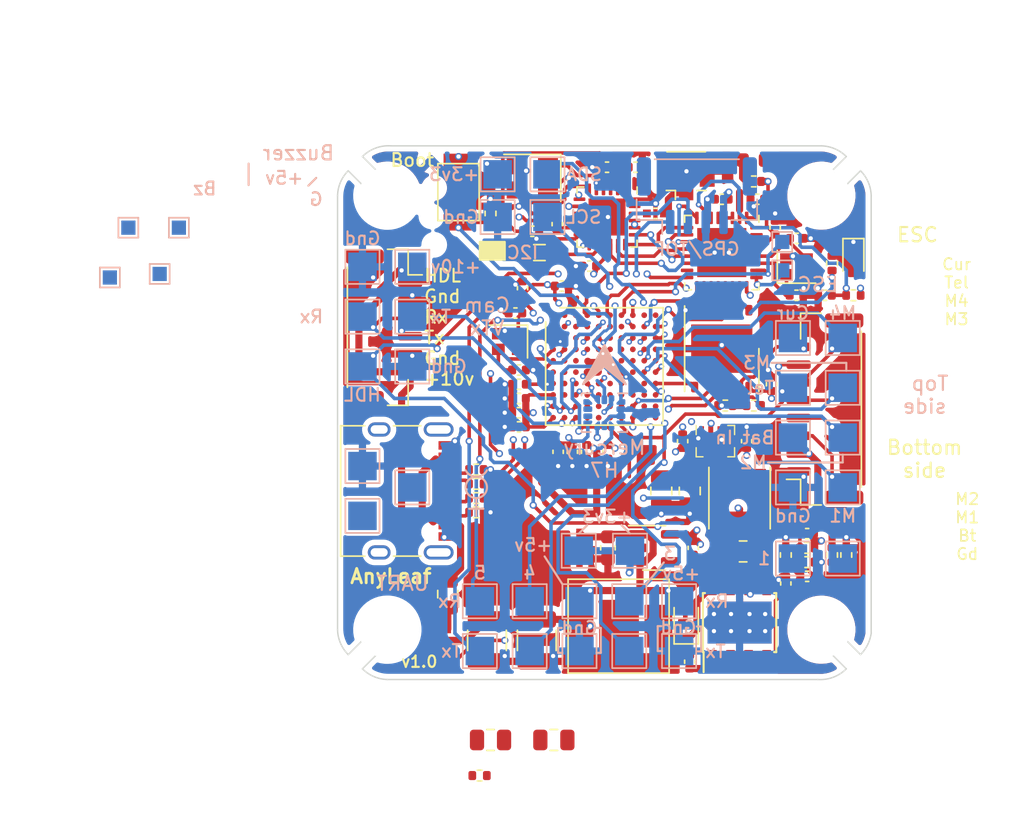
<source format=kicad_pcb>
(kicad_pcb (version 20211014) (generator pcbnew)
  (layers (0 "F.Cu" signal) (1 "In1.Cu" power) (2 "In2.Cu" power) (31 "B.Cu" signal) (34 "B.Paste" user) (35 "F.Paste" user) (36 "B.SilkS" user "B.Silkscreen") (37 "F.SilkS" user "F.Silkscreen") (38 "B.Mask" user) (39 "F.Mask" user) (44 "Edge.Cuts" user))
  (net 0 "")
  (net 1 "/SCK_1")
  (net 2 "/MISO_1")
  (net 3 "/MOSI_1")
  (net 4 "/NRST")
  (net 5 "Net-(J18-PadA5)")
  (net 6 "Net-(J18-PadA6)")
  (net 7 "Net-(J18-PadA7)")
  (net 8 "GND")
  (net 9 "+3V3")
  (net 11 "/IMU_INTERRUPT")
  (net 12 "/CS_IMU")
  (net 13 "/SWCLK")
  (net 14 "+5V")
  (net 15 "+BATT")
  (net 19 "/OSC_IN")
  (net 20 "/BOOT0")
  (net 22 "/OSC_OUT")
  (net 23 "/CURRENT")
  (net 24 "/SCL2")
  (net 25 "/SDA2")
  (net 26 "/BAT_IN")
  (net 27 "/SCL1")
  (net 28 "/SDA1")
  (net 29 "/UART1_TX")
  (net 30 "/UART1_RX")
  (net 31 "/UART2_TX")
  (net 32 "/UART2_RX")
  (net 33 "/UART3_TX")
  (net 34 "/UART3_RX")
  (net 35 "/UART4_TX")
  (net 36 "/UART4_RX")
  (net 37 "Net-(D1-Pad2)")
  (net 38 "Net-(F1-Pad2)")
  (net 39 "/IMU_pwr")
  (net 40 "/USB_DP")
  (net 41 "/USB_DN")
  (net 42 "Net-(D3-Pad2)")
  (net 43 "Net-(U8-Pad4)")
  (net 44 "/CS_FLASH")
  (net 45 "Net-(J18-PadB5)")
  (net 46 "/SWDIO")
  (net 47 "/MOSI_2")
  (net 48 "/SCK_2")
  (net 49 "/MISO_2")
  (net 50 "/M2")
  (net 51 "/M1")
  (net 52 "/M4")
  (net 53 "/M3")
  (net 54 "/BATT_DIV")
  (net 55 "/CUR_DIV")
  (net 56 "Net-(U8-Pad6)")
  (net 59 "/CS_ELRS")
  (net 60 "/V_DCC2")
  (net 61 "/ELRS_BUSY")
  (net 62 "Net-(J5-Pad1)")
  (net 65 "/BUZZER_PWM")
  (net 66 "/ELRS_DIO")
  (net 68 "/V_DCC")
  (net 69 "Net-(U6-Pad1)")
  (net 70 "Net-(C19-Pad2)")
  (net 71 "+10V")
  (net 72 "/UART8_TX")
  (net 73 "/UART8_RX")
  (net 98 "/QSPI2_IO3")
  (net 99 "/QSPI2_IO2")
  (net 119 "Net-(C32-Pad2)")
  (net 120 "Net-(D6-Pad2)")
  (net 121 "Net-(C33-Pad2)")
  (net 122 "/ELRS_RST")
  (net 130 "Net-(C34-Pad1)")
  (net 133 "Net-(R9-Pad2)")
  (net 137 "unconnected-(U1-PadC5)")
  (net 138 "/ANT_TRACE")
  (net 139 "/SCK_ELRS")
  (net 140 "/MISO_ELRS")
  (net 141 "/MOSI_ELRS")
  (net 142 "/TX_ELRS")
  (net 143 "/RX_ELRS")
  (net 146 "Net-(C39-Pad1)")
  (net 147 "Net-(C39-Pad2)")
  (net 148 "Net-(C42-Pad1)")
  (net 149 "Net-(C43-Pad2)")
  (net 152 "Net-(C46-Pad1)")
  (net 153 "Net-(R19-Pad1)")
  (footprint "Connector_JST:JST_GH_SM08B-GHS-TB_1x08-1MP_P1.25mm_Horizontal" (layer "F.Cu") (at 152.5 87.25 90)
    (fp_text reference "J19" hide)
    (fp_text value "Conn_01x08_Male")
  )
  (footprint "Resistor_SMD:R_0402_1005Metric" (layer "F.Cu") (at 149.75 97.5 -90)
    (fp_text reference "R11" hide)
    (fp_text value "300")
  )
  (footprint "Inductor_SMD:L_0805_2012Metric" (layer "F.Cu") (at 132.4375 76.25)
    (fp_text reference "L3" hide)
    (fp_text value "15u")
  )
  (footprint "Capacitor_SMD:C_0402_1005Metric" (layer "F.Cu") (at 149.75 99.5 90)
    (fp_text reference "C42" hide)
    (fp_text value "150p")
  )
  (footprint "Capacitor_SMD:C_0402_1005Metric" (layer "F.Cu") (at 150.52 75.25 180)
    (fp_text reference "C33" hide)
    (fp_text value "10p")
  )
  (footprint "Resistor_SMD:R_0402_1005Metric" (layer "F.Cu") (at 128 91.5)
    (fp_text reference "R2" hide)
    (fp_text value "5.1K")
  )
  (footprint "Capacitor_SMD:C_0805_2012Metric" (layer "F.Cu") (at 146.75 97.25)
    (fp_text reference "C38" hide)
    (fp_text value "4.7uF 50v")
  )
  (footprint "Capacitor_SMD:C_0402_1005Metric" (layer "F.Cu") (at 142.5 89.5 90)
    (fp_text reference "C5" hide)
    (fp_text value "100n")
  )
  (footprint "Capacitor_SMD:C_0603_1608Metric" (layer "F.Cu") (at 137.25 97 90)
    (fp_text reference "C7" hide)
    (fp_text value "1u 50V")
  )
  (footprint "Capacitor_SMD:C_0402_1005Metric" (layer "F.Cu") (at 131 85.5)
    (fp_text reference "C18" hide)
    (fp_text value "100n")
  )
  (footprint "Anyleaf_Shared:2450FM07D0034" (layer "F.Cu") (at 140.5875 73.5)
    (fp_text reference "U6" hide)
    (fp_text value "2450FM07D0034T")
  )
  (footprint "Capacitor_SMD:C_0805_2012Metric" (layer "F.Cu") (at 133.45 110.5)
    (fp_text reference "C46" hide)
    (fp_text value "10u" hide)
  )
  (footprint "Capacitor_SMD:C_0402_1005Metric" (layer "F.Cu") (at 150.5 79.25 180)
    (fp_text reference "C32" hide)
    (fp_text value "10p")
  )
  (footprint "Capacitor_SMD:C_0805_2012Metric" (layer "F.Cu") (at 143 93 90)
    (fp_text reference "C25" hide)
    (fp_text value "100u")
  )
  (footprint "Capacitor_SMD:C_0402_1005Metric" (layer "F.Cu") (at 152.5 79.25 180)
    (fp_text reference "C34" hide)
    (fp_text value "1u 25v")
  )
  (footprint "Capacitor_SMD:C_0402_1005Metric" (layer "F.Cu") (at 139.1875 70.25 180)
    (fp_text reference "C19" hide)
    (fp_text value "10n")
  )
  (footprint "Resistor_SMD:R_0402_1005Metric" (layer "F.Cu") (at 129 73.5 -90)
    (fp_text reference "R1" hide)
    (fp_text value "10k")
  )
  (footprint "Capacitor_SMD:C_0402_1005Metric" (layer "F.Cu") (at 131.25 78.75 -90)
    (fp_text reference "C16" hide)
    (fp_text value "100n")
  )
  (footprint "Capacitor_SMD:C_0402_1005Metric" (layer "F.Cu") (at 137.25 90.25 90)
    (fp_text reference "C12" hide)
    (fp_text value "100n")
  )
  (footprint "Capacitor_SMD:C_0402_1005Metric" (layer "F.Cu") (at 147 89.5 -90)
    (fp_text reference "C2" hide)
    (fp_text value "100n")
  )
  (footprint "LED_SMD:LED_0603_1608Metric" (layer "F.Cu") (at 147.5 69.75 180)
    (fp_text reference "D3" hide)
    (fp_text value "LED")
  )
  (footprint "MountingHole:MountingHole_3.2mm_M3" (layer "F.Cu") (at 121.75 102.75)
    (fp_text reference "H3" hide)
    (fp_text value "MountingHole")
  )
  (footprint "Resistor_SMD:R_0402_1005Metric" (layer "F.Cu") (at 153 77 -90)
    (fp_text reference "R9" hide)
    (fp_text value "3.3k")
  )
  (footprint "Package_SO:TI_SO-PowerPAD-8_ThermalVias" (layer "F.Cu") (at 146.5 102.25 90)
    (fp_text reference "U12" hide)
    (fp_text value "TPS5430DDA")
  )
  (footprint "Diode_SMD:D_SOD-323" (layer "F.Cu") (at 126 103.75 90)
    (fp_text reference "D1" hide)
    (fp_text value "40v 1A B5819WS")
  )
  (footprint "Capacitor_SMD:C_0402_1005Metric" (layer "F.Cu") (at 147.75 72.5)
    (fp_text reference "C36" hide)
    (fp_text value "10u")
  )
  (footprint "Diode_SMD:D_SOD-323" (layer "F.Cu") (at 142.75 102.25 90)
    (fp_text reference "D7" hide)
    (fp_text value "40v 1A B5819WS")
  )
  (footprint "Capacitor_SMD:C_0402_1005Metric" (layer "F.Cu") (at 151.25 99)
    (fp_text reference "C43" hide)
    (fp_text value "100n")
  )
  (footprint "Capacitor_SMD:C_0402_1005Metric" (layer "F.Cu") (at 135.9375 77.2)
    (fp_text reference "C30" hide)
    (fp_text value "100n")
  )
  (footprint "Capacitor_SMD:C_0402_1005Metric" (layer "F.Cu") (at 151.25 96)
    (fp_text reference "C44" hide)
    (fp_text value "1.5n")
  )
  (footprint "Capacitor_SMD:C_0805_2012Metric" (layer "F.Cu") (at 129 110.5)
    (fp_text reference "C45" hide)
    (fp_text value "10u" hide)
  )
  (footprint "Resistor_SMD:R_0402_1005Metric" (layer "F.Cu") (at 154.5 79.25)
    (fp_text reference "R6" hide)
    (fp_text value "10k")
  )
  (footprint "Resistor_SMD:R_0402_1005Metric" (layer "F.Cu") (at 154 97.5 -90)
    (fp_text reference "R14" hide)
    (fp_text value "1.5k")
  )
  (footprint "Capacitor_SMD:C_1210_3225Metric" (layer "F.Cu") (at 128.75 103.5 -90)
    (fp_text reference "C41" hide)
    (fp_text value "47uF 16V")
  )
  (footprint "Resistor_SMD:R_0402_1005Metric" (layer "F.Cu") (at 128 94.5)
    (fp_text reference "R3" hide)
    (fp_text value "5.1K")
  )
  (footprint "Capacitor_SMD:C_0402_1005Metric" (layer "F.Cu") (at 148.75 85.5 90)
    (fp_text reference "C23" hide)
    (fp_text value "100n")
  )
  (footprint "Anyleaf_Shared:SMNR4020 inductor" (layer "F.Cu") (at 146.5 93.5 90)
    (fp_text reference "L1" hide)
    (fp_text value "100u 450mA")
  )
  (footprint "LED_SMD:LED_0603_1608Metric" (layer "F.Cu") (at 154.5 76.75 -90)
    (fp_text reference "D6" hide)
    (fp_text value "LED")
  )
  (footprint "Capacitor_SMD:C_1210_3225Metric" (layer "F.Cu") (at 132.25 103.5 -90)
    (fp_text reference "C40" hide)
    (fp_text value "47uF 16V")
  )
  (footprint "Capacitor_SMD:C_0402_1005Metric" (layer "F.Cu") (at 134 78.6 180)
    (fp_text reference "C10" hide)
    (fp_text value "100n")
  )
  (footprint "Capacitor_SMD:C_0402_1005Metric" (layer "F.Cu") (at 133.6875 74.25 -90)
    (fp_text reference "C29" hide)
    (fp_text value "100n")
  )
  (footprint "Resistor_SMD:R_0402_1005Metric" (layer "F.Cu") (at 147.5 71.25)
    (fp_text reference "R12" hide)
    (fp_text value "3.3k")
  )
  (footprint "MountingHole:MountingHole_3.2mm_M3" (layer "F.Cu") (at 121.75 72.25)
    (fp_text reference "H1" hide)
    (fp_text value "MountingHole")
  )
  (footprint "Fuse:Fuse_0805_2012Metric" (layer "F.Cu") (at 126 100.25 90)
    (fp_text reference "F1" hide)
    (fp_text value "6V, 2.2A")
  )
  (footprint "Capacitor_SMD:C_0402_1005Metric" (layer "F.Cu") (at 145.25 72.5 180)
    (fp_text reference "C37" hide)
    (fp_text value "1u 25v")
  )
  (footprint "Package_TO_SOT_SMD:TSOT-23-5" (layer "F.Cu") (at 140.5 97)
    (fp_text reference "U4" hide)
    (fp_text value "3V3")
  )
  (footprint "Diode_SMD:D_SOD-323" (layer "F.Cu") (at 135.25 97 -90)
    (fp_text reference "D5" hide)
    (fp_text value "40v 1A B5819WS")
  )
  (footprint "Resistor_SMD:R_0402_1005Metric" (layer "F.Cu") (at 128 93.5)
    (fp_text reference "R5" hide)
    (fp_text value "22")
  )
  (footprint "Resistor_SMD:R_0402_1005Metric" (layer "F.Cu") (at 128.23 113)
    (fp_text reference "R19" hide)
    (fp_text value "10k" hide)
  )
  (footprint "Capacitor_SMD:C_0402_1005Metric" (layer "F.Cu") (at 133.75 90.25 90)
    (fp_text reference "C1" hide)
    (fp_text value "2.2u")
  )
  (footprint "MountingHole:MountingHole_3.2mm_M3" (layer "F.Cu") (at 152.25 102.75)
    (fp_text reference "H4" hide)
    (fp_text value "MountingHole")
  )
  (footprint "Resistor_SMD:R_0402_1005Metric" (layer "F.Cu") (at 128 92.5)
    (fp_text reference "R4" hide)
    (fp_text value "22")
  )
  (footprint "Capacitor_SMD:C_0402_1005Metric" (layer "F.Cu") (at 131.9375 74.75)
    (fp_text reference "C26" hide)
    (fp_text value "470n, 10V")
  )
  (footprint "Resistor_SMD:R_0402_1005Metric" (layer "F.Cu") (at 151.25 97 180)
    (fp_text reference "R17" hide)
    (fp_text value "300")
  )
  (footprint "Capacitor_SMD:C_0402_1005Metric" (layer "F.Cu") (at 143.25 97 90)
    (fp_text reference "C8" hide)
    (fp_text value "2.2u")
  )
  (footprint "Connector_JST:JST_GH_SM06B-GHS-TB_1x06-1MP_P1.25mm_Horizontal" (layer "F.Cu") (at 121.5 81.5 -90)
    (fp_text reference "J6" hide)
    (fp_text value "Conn_01x06_Male")
  )
  (footprint "Crystal:Crystal_SMD_2016-4Pin_2.0x1.6mm" (layer "F.Cu") (at 130.25 82.5 180)
    (fp_text reference "Y1" hide)
    (fp_text value "16M")
  )
  (footprint "Capacitor_SMD:C_0402_1005Metric" (layer "F.Cu") (at 131 88.5)
    (fp_text reference "C11" hide)
    (fp_text value "100n")
  )
  (footprint "Capacitor_SMD:C_0402_1005Metric" (layer "F.Cu") (at 137.1875 70.25)
    (fp_text reference "C28" hide)
    (fp_text value "10n")
  )
  (footprint "Capacitor_SMD:C_0402_1005Metric" (layer "F.Cu") (at 131 84.5 180)
    (fp_text reference "C9" hide)
    (fp_text value "6.8p")
  )
  (footprint "Resistor_SMD:R_0402_1005Metric" (layer "F.Cu") (at 147.5 87)
    (fp_text reference "R16" hide)
    (fp_text value "15k")
  )
  (footprint "Crystal:Crystal_SMD_3225-4Pin_3.2x2.5mm" (layer "F.Cu") (at 131.9375 71 180)
    (fp_text reference "Y2" hide)
    (fp_text value "52Mhz, 12pF")
  )
  (footprint "Package_DFN_QFN:QFN-24-1EP_4x4mm_P0.5mm_EP2.6x2.6mm" (layer "F.Cu") (at 137.1875 73.75 -90)
    (fp_text reference "U8" hide)
    (fp_text value "SX1281")
  )
  (footprint "Capacitor_SMD:C_0402_1005Metric" (layer "F.Cu") (at 143 105 90)
    (fp_text reference "C39" hide)
    (fp_text value "10n")
  )
  (footprint "Capacitor_SMD:C_0402_1005Metric" (layer "F.Cu") (at 131 87.5)
    (fp_text reference "C17" hide)
    (fp_text value "100n")
  )
  (footprint "Resistor_SMD:R_0402_1005Metric" (layer "F.Cu") (at 151.25 98 180)
    (fp_text reference "R10" hide)
    (fp_text value "3.3K")
  )
  (footprint "Capacitor_SMD:C_0402_1005Metric" (layer "F.Cu") (at 131 86.5)
    (fp_text reference "C13" hide)
    (fp_text value "100n")
  )
  (footprint "Diode_SMD:D_SOD-323" (layer "F.Cu") (at 154 95.5)
    (fp_text reference "D4" hide)
    (fp_text value "SOD24-7 26V breakdown")
  )
  (footprint "Resistor_SMD:R_0402_1005Metric" (layer "F.Cu") (at 153 97.5 90)
    (fp_text reference "R13" hide)
    (fp_text value "15k")
  )
  (footprint "Resistor_SMD:R_0402_1005Metric" (layer "F.Cu") (at 145.5 87)
    (fp_text reference "R18" hide)
    (fp_text value "1.5k")
  )
  (footprint "Capacitor_SMD:C_0402_1005Metric" (layer "F.Cu") (at 134.75 90.25 90)
    (fp_text reference "C3" hide)
    (fp_text value "100n")
  )
  (footprint "Package_DFN_QFN:QFN-32-1EP_5x5mm_P0.5mm_EP3.45x3.45mm" (layer "F.Cu") (at 145.25 76.25 -90)
    (fp_text reference "U10" hide)
    (fp_text value "ESP8285")
  )
  (footprint "Package_SON:WSON-8-1EP_6x5mm_P1.27mm_EP3.4x4.3mm" (layer "F.Cu") (at 145.25 83 -90)
    (fp_text reference "U7" hide)
    (fp_text value "W25Q80DVUXIE TR (16M)")
  )
  (footprint "Capacitor_SMD:C_0402_1005Metric" (layer "F.Cu") (at 149 74.5 -90)
    (fp_text reference "C35" hide)
    (fp_text value "100n")
  )
  (footprint "Package_BGA:TFBGA-100_8x8mm_Layout10x10_P0.8mm" (layer "F.Cu") (at 137 84.25)
    (fp_text reference "U1" hide)
    (fp_text value "STM32H723VGH6")
  )
  (footprint "Crystal:Crystal_SMD_2016-4Pin_2.0x1.6mm" (layer "F.Cu") (at 150.5 77.25)
    (fp_text reference "Y3" hide)
    (fp_text value "40M")
  )
  (footprint "Capacitor_SMD:C_0402_1005Metric" (layer "F.Cu") (at 130.75 80.5)
    (fp_text reference "C6" hide)
    (fp_text value "12p")
  )
  (footprint "Anyleaf_Shared:SW-SMD-2_3.6x6.0x8.0" (layer "F.Cu") (at 126.75 72 90)
    (fp_text reference "SW1" hide)
    (fp_text value "SW_DIP_x01")
  )
  (footprint "Connector_Coaxial:U.FL_Hirose_U.FL-R-SMT-1_Vertical" (layer "F.Cu") (at 142.75 71 90)
    (fp_text reference "J5" hide)
    (fp_text value "Conn_Coaxial")
  )
  (footprint "Capacitor_SMD:C_0805_2012Metric" (layer "F.Cu") (at 141 93 90)
    (fp_text reference "C31" hide)
    (fp_text value "100u")
  )
  (footprint "Capacitor_SMD:C_0402_1005Metric" (layer "F.Cu") (at 135.75 90.25 -90)
    (fp_text reference "C4" hide)
    (fp_text value "10n")
  )
  (footprint "Package_LGA:Bosch_LGA-8_2x2.5mm_P0.65mm_ClockwisePinNumbering" (layer "F.Cu") (at 144.8 89.5)
    (fp_text reference "U3" hide)
    (fp_text value "DPS310")
  )
  (footprint "Connector_USB:USB_C_Receptacle_XKB_U262-16XN-4BVC11" (layer "F.Cu") (at 122.25 93 -90)
    (fp_text reference "J18" hide)
    (fp_text value "USB_C_Receptacle_USB2.0")
  )
  (footprint "MountingHole:MountingHole_3.2mm_M3" (layer "F.Cu") (at 152.25 72.25)
    (fp_text reference "H2" hide)
    (fp_text value "MountingHole")
  )
  (footprint "Anyleaf_Shared:SLO0630H150MTT inductor" (layer "F.Cu") (at 138 102.5 180)
    (fp_text reference "L5" hide)
    (fp_text value "15u 3A")
  )
  (footprint "TestPoint:TestPoint_Pad_1.0x1.0mm" (layer "B.Cu") (at 102.25 78 180)
    (fp_text reference "J27" hide)
    (fp_text value "Conn_01x01_Female")
  )
  (footprint "TestPoint:TestPoint_Pad_1.0x1.0mm" (layer "B.Cu") (at 103.55 74.5 180)
    (fp_text reference "J35" hide)
    (fp_text value "Conn_01x01_Female")
  )
  (footprint "TestPoint:TestPoint_Pad_1.0x1.0mm" (layer "B.Cu") (at 107.1 74.5 180)
    (fp_text reference "J36" hide)
    (fp_text value "Conn_01x01_Female")
  )
  (footprint "TestPoint:TestPoint_Pad_2.0x2.0mm" (layer "B.Cu") (at 128.25 100.75 180)
    (fp_text reference "J14" hide)
    (fp_text value "Conn_01x01_Female")
  )
  (footprint "TestPoint:TestPoint_Pad_2.0x2.0mm" (layer "B.Cu") (at 150.25 97.75 180)
    (fp_text reference "J45" hide)
    (fp_text value "Conn_01x01_Female")
  )
  (footprint "TestPoint:TestPoint_Pad_2.0x2.0mm" (layer "B.Cu") (at 128.25 104.25 180)
    (fp_text reference "J2" hide)
    (fp_text value "Conn_01x01_Female")
  )
  (footprint "TestPoint:TestPoint_Pad_2.0x2.0mm" (layer "B.Cu") (at 150.25 82.25 180)
    (fp_text reference "J21" hide)
    (fp_text value "Conn_01x01_Female")
  )
  (footprint "TestPoint:TestPoint_Pad_2.0x2.0mm" (layer "B.Cu") (at 153.75 92.75 180)
    (fp_text reference "J8" hide)
    (fp_text value "Conn_01x01_Female")
  )
  (footprint "TestPoint:TestPoint_Pad_2.0x2.0mm" (layer "B.Cu") (at 150.25 89.25 180)
    (fp_text reference "J9" hide)
    (fp_text value "Conn_01x01_Female")
  )
  (footprint "TestPoint:TestPoint_Pad_2.0x2.0mm" (layer "B.Cu") (at 120 77.25 180)
    (fp_text reference "J26" hide)
    (fp_text value "Conn_01x01_Female")
  )
  (footprint "TestPoint:TestPoint_Pad_2.0x2.0mm" (layer "B.Cu") (at 123.5 84.25 180)
    (fp_text reference "J29" hide)
    (fp_text value "Conn_01x01_Female")
  )
  (footprint "TestPoint:TestPoint_Pad_2.0x2.0mm" (layer "B.Cu") (at 131.75 104.25 180)
    (fp_text reference "J42" hide)
    (fp_text value "Conn_01x01_Female")
  )
  (footprint "TestPoint:TestPoint_Pad_2.0x2.0mm" (layer "B.Cu") (at 153.75 89.25 180)
    (fp_text reference "J7" hide)
    (fp_text value "Conn_01x01_Female")
  )
  (footprint "TestPoint:TestPoint_Pad_2.0x2.0mm" (layer "B.Cu") (at 120 84.25 180)
    (fp_text reference "J4" hide)
    (fp_text value "Conn_01x01_Female")
  )
  (footprint "TestPoint:TestPoint_Pad_1.0x1.0mm" (layer "B.Cu") (at 149.5 75.5 180)
    (fp_text reference "J1" hide)
    (fp_text value "Conn_01x01_Female")
  )
  (footprint "TestPoint:TestPoint_Pad_2.0x2.0mm" (layer "B.Cu") (at 135.2 97.2 180)
    (fp_text reference "J32" hide)
    (fp_text value "Conn_01x01_Female")
  )
  (footprint "TestPoint:TestPoint_Pad_2.0x2.0mm" (layer "B.Cu") (at 131.75 100.75 180)
    (fp_text reference "J43" hide)
    (fp_text value "Conn_01x01_Female")
  )
  (footprint "Connector_JST:JST_GH_SM04B-GHS-TB_1x04-1MP_P1.25mm_Horizontal" (layer "B.Cu") (at 143.5 72.25)
    (fp_text reference "J11" hide)
    (fp_text value "Conn_01x04_Male")
  )
  (footprint "TestPoint:TestPoint_Pad_1.0x1.0mm" (layer "B.Cu") (at 105.75 77.75 180)
    (fp_text reference "J34" hide)
    (fp_text value "Conn_01x01_Female")
  )
  (footprint "TestPoint:TestPoint_Pad_2.0x2.0mm" (layer "B.Cu") (at 138.75 104.25 180)
    (fp_text reference "J40" hide)
    (fp_text value "Conn_01x01_Female")
  )
  (footprint "TestPoint:TestPoint_Pad_2.0x2.0mm" (layer "B.Cu") (at 135.25 104.25 180)
    (fp_text reference "J17" hide)
    (fp_text value "Conn_01x01_Female")
  )
  (footprint "TestPoint:TestPoint_Pad_2.0x2.0mm" (layer "B.Cu") (at 150.25 85.75 180)
    (fp_text reference "J22" hide)
    (fp_text value "Conn_01x01_Female")
  )
  (footprint "TestPoint:TestPoint_Pad_2.0x2.0mm" (layer "B.Cu") (at 138.8 97.2 180)
    (fp_text reference "J15" hide)
    (fp_text value "Conn_01x01_Female")
  )
  (footprint "TestPoint:TestPoint_Pad_2.0x2.0mm" (layer "B.Cu") (at 135.25 100.75 180)
    (fp_text reference "J16" hide)
    (fp_text value "Conn_01x01_Female")
  )
  (footprint "TestPoint:TestPoint_Pad_2.0x2.0mm" (layer "B.Cu") (at 120 80.75 180)
    (fp_text reference "J28" hide)
    (fp_text value "Conn_01x01_Female")
  )
  (footprint "TestPoint:TestPoint_Pad_2.0x2.0mm" (layer "B.Cu") (at 123.5 80.75 180)
    (fp_text reference "J13" hide)
    (fp_text value "Conn_01x01_Female")
  )
  (footprint "TestPoint:TestPoint_Pad_2.0x2.0mm" (layer "B.Cu") (at 120 91.25 180)
    (fp_text reference "J3" hide)
    (fp_text value "Conn_01x01_Female")
  )
  (footprint "TestPoint:TestPoint_Pad_2.0x2.0mm" (layer "B.Cu") (at 120 94.75 180)
    (fp_text reference "J37" hide)
    (fp_text value "Conn_01x01_Female")
  )
  (footprint "TestPoint:TestPoint_Pad_2.0x2.0mm" (layer "B.Cu") (at 133 73.75 180)
    (fp_text reference "J49" hide)
    (fp_text value "Conn_01x01_Female")
  )
  (footprint "TestPoint:TestPoint_Pad_1.0x1.0mm" (layer "B.Cu") (at 149.5 77.5 180)
    (fp_text reference "J20" hide)
    (fp_text value "Conn_01x01_Female")
  )
  (footprint "TestPoint:TestPoint_Pad_2.0x2.0mm" (layer "B.Cu") (at 142.25 104.25 180)
    (fp_text reference "J33" hide)
    (fp_text value "Conn_01x01_Female")
  )
  (footprint "Package_LGA:LGA-14_3x2.5mm_P0.5mm_LayoutBorder3x4y" (layer "B.Cu") (at 137 87.5 180)
    (fp_text reference "U2" hide)
    (fp_text value "ICM-42605")
  )
  (footprint "TestPoint:TestPoint_Pad_2.0x2.0mm" (layer "B.Cu") (at 153.75 97.75 180)
    (fp_text reference "J44" hide)
    (fp_text value "Conn_01x01_Female")
  )
  (footprint "TestPoint:TestPoint_Pad_2.0x2.0mm" (layer "B.Cu") (at 123.5 77.25 180)
    (fp_text reference "J25" hide)
    (fp_text value "Conn_01x01_Female")
  )
  (footprint "TestPoint:TestPoint_Pad_2.0x2.0mm" (layer "B.Cu") (at 129.5 73.75 180)
    (fp_text reference "J48" hide)
    (fp_text value "Conn_01x01_Female")
  )
  (footprint "TestPoint:TestPoint_Pad_2.0x2.0mm" (layer "B.Cu") (at 138.75 100.75 180)
    (fp_text reference "J41" hide)
    (fp_text value "Conn_01x01_Female")
  )
  (footprint "TestPoint:TestPoint_Pad_2.0x2.0mm" (layer "B.Cu") (at 153.75 85.75 180)
    (fp_text reference "J24" hide)
    (fp_text value "Conn_01x01_Female")
  )
  (footprint "TestPoint:TestPoint_Pad_2.0x2.0mm" (layer "B.Cu") (at 142.25 100.75 180)
    (fp_text reference "J47" hide)
    (fp_text value "Conn_01x01_Female")
  )
  (footprint "TestPoint:TestPoint_Pad_2.0x2.0mm" (layer "B.Cu") (at 150.25 92.75 180)
    (fp_text reference "J10" hide)
    (fp_text value "Conn_01x01_Female")
  )
  (footprint "TestPoint:TestPoint_Pad_2.0x2.0mm" (layer "B.Cu") (at 133 70.75 180)
    (fp_text reference "J50" hide)
    (fp_text value "Conn_01x01_Female")
  )
  (footprint "TestPoint:TestPoint_Pad_2.0x2.0mm" (layer "B.Cu") (at 129.5 70.75 180)
    (fp_text reference "J30" hide)
    (fp_text value "Conn_01x01_Female")
  )
  (footprint "TestPoint:TestPoint_Pad_2.0x2.0mm" (layer "B.Cu") (at 153.75 82.25 180)
    (fp_text reference "J23" hide)
    (fp_text value "Conn_01x01_Female")
  )
  (footprint "TestPoint:TestPoint_Pad_2.0x2.0mm" (layer "B.Cu") (at 123.5 92.75 180)
    (fp_text reference "J31" hide)
    (fp_text value "Conn_01x01_Female")
  )
  (gr_line (start 143.5 102.525) (end 143.8 102.525) (layer "B.SilkS") (width 0.15))
  (gr_line (start 154 84) (end 148.75 84) (layer "B.SilkS") (width 0.15))
  (gr_line (start 112 70) (end 112 71.5) (layer "B.SilkS") (width 0.15))
  (gr_line (start 135.8 95.4) (end 135.2 96) (layer "B.SilkS") (width 0.15))
  (gr_line (start 153.75 90.45) (end 153.75 91) (layer "B.SilkS") (width 0.15))
  (gr_line (start 154 84) (end 154 84.55) (layer "B.SilkS") (width 0.15))
  (gr_line (start 141.175 98.025) (end 139.95 99.55) (layer "B.SilkS") (width 0.15))
  (gr_poly (pts (xy 138.5 85.5) (xy 137 84.25) (xy 135.5 85.5) (xy 137 82.75)) (layer "B.SilkS") (width 0.15) (fill solid))
  (gr_line (start 116.75 71) (end 116.2 71.55) (layer "B.SilkS") (width 0.15))
  (gr_circle (center 128 92.75) (end 128.75 92.75) (layer "B.SilkS") (width 0.15) (fill none))
  (gr_arc (start 128.75 91.544425) (mid 128 91.998482) (end 127.25 91.544425) (layer "B.SilkS") (width 0.15))
  (gr_line (start 143.5 104.275) (end 143.8 104.275) (layer "B.SilkS") (width 0.15))
  (gr_line (start 136.75 102.625) (end 136.75 104.375) (layer "B.SilkS") (width 0.15))
  (gr_line (start 134 102.625) (end 133.75 102.625) (layer "B.SilkS") (width 0.15))
  (gr_line (start 128.5 94.251531) (end 127.5 94.251531) (layer "B.SilkS") (width 0.15))
  (gr_line (start 143.8 102.525) (end 143.8 104.275) (layer "B.SilkS") (width 0.15))
  (gr_line (start 140.75 102.5) (end 140.75 104.25) (layer "B.SilkS") (width 0.15))
  (gr_line (start 140.75 104.25) (end 141.05 104.25) (layer "B.SilkS") (width 0.15))
  (gr_line (start 153.75 91) (end 148.5 91) (layer "B.SilkS") (width 0.15))
  (gr_line (start 138.2 95.4) (end 138.8 96) (layer "B.SilkS") (width 0.15))
  (gr_line (start 136.45 104.375) (end 136.75 104.375) (layer "B.SilkS") (width 0.15))
  (gr_line (start 133.75 102.625) (end 133.75 104.375) (layer "B.SilkS") (width 0.15))
  (gr_line (start 128 93.58562) (end 128 94.751531) (layer "B.SilkS") (width 0.15))
  (gr_line (start 141 102.5) (end 140.75 102.5) (layer "B.SilkS") (width 0.15))
  (gr_line (start 132.8 97.6) (end 134.05 99.55) (layer "B.SilkS") (width 0.15))
  (gr_line (start 133.75 104.375) (end 134.05 104.375) (layer "B.SilkS") (width 0.15))
  (gr_line (start 136.45 102.625) (end 136.75 102.625) (layer "B.SilkS") (width 0.15))
  (gr_poly (pts (xy 130 75.5) (xy 130 76.75) (xy 128.25 76.75) (xy 128.25 75.5)) (layer "F.SilkS") (width 0.15) (fill solid))
  (gr_line (start 119 104.5) (end 120.5 103) (layer "Edge.Cuts") (width 0.1))
  (gr_line (start 154 105.5) (end 152.5 104) (layer "Edge.Cuts") (width 0.1))
  (gr_line (start 121.5 104) (end 120 105.5) (layer "Edge.Cuts") (width 0.1))
  (gr_arc (start 155 70.5) (mid 155.543506 71.302783) (end 155.75 72.25) (layer "Edge.Cuts") (width 0.1))
  (gr_arc (start 154 105.5) (mid 153.081228 106.091609) (end 152 106.25) (layer "Edge.Cuts") (width 0.1))
  (gr_line (start 155 70.5) (end 153.5 72) (layer "Edge.Cuts") (width 0.1))
  (gr_line (start 120 69.5) (end 121.5 71) (layer "Edge.Cuts") (width 0.1))
  (gr_line (start 152 106.25) (end 121.75 106.25) (layer "Edge.Cuts") (width 0.1))
  (gr_line (start 155.75 72.25) (end 155.75 103) (layer "Edge.Cuts") (width 0.1))
  (gr_arc (start 118.25 72.25) (mid 118.45649 71.302782) (end 119 70.5) (layer "Edge.Cuts") (width 0.1))
  (gr_arc (start 152.25 68.75) (mid 153.19722 68.956487) (end 154 69.5) (layer "Edge.Cuts") (width 0.1))
  (gr_line (start 154 69.5) (end 152.5 71) (layer "Edge.Cuts") (width 0.1))
  (gr_line (start 152.5 104) (end 153.5 103) (layer "Edge.Cuts") (width 0.1))
  (gr_arc (start 119 104.5) (mid 118.456487 103.69722) (end 118.25 102.75) (layer "Edge.Cuts") (width 0.1))
  (gr_line (start 153.5 103) (end 155 104.5) (layer "Edge.Cuts") (width 0.1))
  (gr_arc (start 120 69.5) (mid 120.918772 68.908391) (end 122 68.75) (layer "Edge.Cuts") (width 0.1))
  (gr_line (start 122 68.75) (end 152.25 68.75) (layer "Edge.Cuts") (width 0.1))
  (gr_line (start 118.25 72.25) (end 118.25 102.75) (layer "Edge.Cuts") (width 0.1))
  (gr_line (start 120.5 72) (end 119 70.5) (layer "Edge.Cuts") (width 0.1))
  (gr_line (start 152.5 71) (end 153.5 72) (layer "Edge.Cuts") (width 0.1))
  (gr_line (start 120.5 103) (end 121.5 104) (layer "Edge.Cuts") (width 0.1))
  (gr_arc (start 121.75 106.25) (mid 120.802783 106.043507) (end 120 105.5) (layer "Edge.Cuts") (width 0.1))
  (gr_line (start 121.5 71) (end 120.5 72) (layer "Edge.Cuts") (width 0.1))
  (gr_arc (start 155.75 103) (mid 155.496708 103.810854) (end 155 104.5) (layer "Edge.Cuts") (width 0.1))
  (gr_text "+10v" (at 124.7 77.25) (layer "B.SilkS") (effects (font (size 0.9 0.9)) (justify right mirror)))
  (gr_text "Bz" (at 108 71.75) (layer "B.SilkS") (effects (font (size 0.9 0.9)) (justify right mirror)))
  (gr_text "Rx" (at 127.05 100.75) (layer "B.SilkS") (effects (font (size 0.9 0.9)) (justify left mirror)))
  (gr_text "ESC" (at 152 78.5) (layer "B.SilkS") (effects (font (size 1 1)) (justify mirror)))
  (gr_text "Tx" (at 144 104.275) (layer "B.SilkS") (effects (font (size 0.9 0.9)) (justify right mirror)))
  (gr_text "Top \nside" (at 159.5 86.25) (layer "B.SilkS") (effects (font (size 1 1)) (justify mirror)))
  (gr_text "+3v3" (at 128.3 70.75) (layer "B.SilkS") (effects (font (size 0.9 0.9)) (justify left mirror)))
  (gr_text "Tx" (at 127.05 104.25) (layer "B.SilkS") (effects (font (size 0.9 0.9)) (justify left mirror)))
  (gr_text "Rx" (at 144 100.75) (layer "B.SilkS") (effects (font (size 0.9 0.9)) (justify right mirror)))
  (gr_text "M2" (at 148.5 91) (layer "B.SilkS") (effects (font (size 0.9 0.9)) (justify left mirror)))
  (gr_text "Tx" (at 124.7 80.75) (layer "B.SilkS") (effects (font (size 0.9 0.9)) (justify right mirror)))
  (gr_text "Rx" (at 115.5 80.75) (layer "B.SilkS") (effects (font (size 0.9 0.9)) (justify right mirror)))
  (gr_text "Gnd" (at 150.25 94.75) (layer "B.SilkS") (effects (font (size 0.9 0.9)) (justify mirror)))
  (gr_text "UART" (at 124.75 99.5) (layer "B.SilkS") (effects (font (size 1 1)) (justify left mirror)))
  (gr_text "+5v" (at 132 96.8) (layer "B.SilkS") (effects (font (size 0.9 0.9)) (justify mirror)))
  (gr_text "Gnd" (at 142.2 102.6) (layer "B.SilkS") (effects (font (size 0.9 0.9)) (justify mirror)))
  (gr_text "+5v" (at 114.5 71) (layer "B.SilkS") (effects (font (size 0.9 0.9)) (justify mirror)))
  (gr_text "5" (at 128.25 98.75) (layer "B.SilkS") (effects (font (size 0.9 0.9)) (justify mirror)))
  (gr_text "Gnd" (at 128.3 73.75) (layer "B.SilkS") (effects (font (size 0.9 0.9)) (justify left mirror)))
  (gr_text "M4" (at 153.75 80.5) (layer "B.SilkS") (effects (font (size 0.9 0.9)) (justify mirror)))
  (gr_text "Buzzer" (at 115.5 69.25) (layer "B.SilkS") (effects (font (size 1 1)) (justify mirror)))
  (gr_text "M1" (at 153.75 94.75) (layer "B.SilkS") (effects (font (size 0.9 0.9)) (justify mirror)))
  (gr_text "SCL" (at 134.2 73.75) (layer "B.SilkS") (effects (font (size 0.9 0.9)) (justify right mirror)))
  (gr_text "Gnd" (at 120 75.25) (layer "B.SilkS") (effects (font (size 0.9 0.9)) (justify mirror)))
  (gr_text "Tel" (at 149.05 85.75) (layer "B.SilkS") (effects (font (size 0.9 0.9)) (justify left mirror)))
  (gr_text "GPS/TOF" (at 143.5 76) (layer "B.SilkS") (effects (font (size 0.9 0.9)) (justify mirror)))
  (gr_text "4" (at 131.75 98.75) (layer "B.SilkS") (effects (font (size 0.9 0.9)) (justify mirror)))
  (gr_text "HDL\n" (at 120 86.25) (layer "B.SilkS") (effects (font (size 0.9 0.9)) (justify mirror)))
  (gr_text "Cur" (at 150.25 80.5) (layer "B.SilkS") (effects (font (size 0.9 0.9)) (justify mirror)))
  (gr_text "SDA" (at 134.2 70.75) (layer "B.SilkS") (effects (font (size 0.9 0.9)) (justify right mirror)))
  (gr_text "I2C" (at 131.25 76.25) (layer "B.SilkS") (effects (font (size 0.9 0.9)) (justify mirror)))
  (gr_text "Bat In" (at 149.05 89.25) (layer "B.SilkS") (effects (font (size 0.9 0.9)) (justify left mirror)))
  (gr_text "1" (at 148.75 97.75) (layer "B.SilkS") (effects (font (size 0.9 0.9)) (justify left mirror)))
  (gr_text "Mercury\nH7\n" (at 137 90.75) (layer "B.SilkS") (effects (font (size 1 1)) (justify mirror)))
  (gr_text "Gnd" (at 124.7 84.25) (layer "B.SilkS") (effects (font (size 0.9 0.9)) (justify right mirror)))
  (gr_text "+5v" (at 142.4 98.8) (layer "B.SilkS") (effects (font (size 0.9 0.9)) (justify mirror)))
  (gr_text "3" (at 141.6 97.4) (layer "B.SilkS") (effects (font (size 0.9 0.9)) (justify mirror)))
  (gr_text "G" (at 116.75 72.5) (layer "B.SilkS") (effects (font (size 0.9 0.9)) (justify mirror)))
  (gr_text "Cam\nVTx" (at 128.75 80.75) (layer "B.SilkS") (effects (font (size 1 1)) (justify mirror)))
  (gr_text "M3" (at 148.75 84) (layer "B.SilkS") (effects (font (size 0.9 0.9)) (justify left mirror)))
  (gr_text "+3v3" (at 137.2 94.8) (layer "B.SilkS") (effects (font (size 0.9 0.9)) (justify mirror)))
  (gr_text "Gnd" (at 135.25 102.625) (layer "B.SilkS") (effects (font (size 0.9 0.9)) (justify mirror)))
  (gr_text "Bottom\nside" (at 159.5 90.75) (layer "F.SilkS") (effects (font (size 1 1))))
  (gr_text "HDL\nGnd\nRx\nTx\nGnd\n+10v" (at 124.25 81.5) (layer "F.SilkS") (effects (font (size 0.9 0.9)) (justify left)))
  (gr_text "M2\nM1\nBt\nGd" (at 162.5 95.5) (layer "F.SilkS") (effects (font (size 0.8 0.8) (thickness 0.12))))
  (gr_text "ESC" (at 159 75) (layer "F.SilkS") (effects (font (size 1 1))))
  (gr_text "v1.0" (at 124 105) (layer "F.SilkS") (effects (font (size 0.8 0.8))))
  (gr_text "Cur\nTel\nM4\nM3" (at 161.75 79) (layer "F.SilkS") (effects (font (size 0.8 0.8) (thickness 0.12))))
  (gr_text "Boot" (at 123.5 69.75) (layer "F.SilkS") (effects (font (size 0.9 0.9))))
  (gr_text "AnyLeaf" (at 122 99) (layer "F.SilkS") (effects (font (size 1 1) (thickness 0.2))))
  (segment (start 135 86.25) (end 135.25 86) (width 0.25) (layer "F.Cu") (net 1))
  (via (at 135.25 86) (size 0.4) (drill 0.2) (layers "F.Cu" "B.Cu") (net 1))
  (segment (start 137 86.5875) (end 137 85.75) (width 0.25) (layer "B.Cu") (net 1))
  (segment (start 137 85.75) (end 136.5 85.25) (width 0.25) (layer "B.Cu") (net 1))
  (segment (start 135 87.05) (end 134.65 87.4) (width 0.25) (layer "F.Cu") (net 2))
  (via (at 134.65 87.4) (size 0.4) (drill 0.2) (layers "F.Cu" "B.Cu") (net 2))
  (via (at 134.65 87.4) (size 0.4) (drill 0.2) (layers "F.Cu" "B.Cu") (net 2))
  (segment (start 138.1625 85.4125) (end 138.1625 86.75) (width 0.25) (layer "B.Cu") (net 2))
  (segment (start 134.5 84.25) (end 137 84.25) (width 0.25) (layer "B.Cu") (net 2))
  (segment (start 134.65 87.4) (end 134 86.75) (width 0.25) (layer "B.Cu") (net 2))
  (segment (start 134 84.75) (end 134.5 84.25) (width 0.25) (layer "B.Cu") (net 2))
  (segment (start 137 84.25) (end 138.1625 85.4125) (width 0.25) (layer "B.Cu") (net 2))
  (segment (start 134 86.75) (end 134 84.75) (width 0.25) (layer "B.Cu") (net 2))
  (segment (start 135 87.85) (end 134.75 88.1) (width 0.25) (layer "F.Cu") (net 3))
  (segment (start 134.75 88.1) (end 134.75 88.25) (width 0.25) (layer "F.Cu") (net 3))
  (via (at 134.75 88.25) (size 0.4) (drill 0.2) (layers "F.Cu" "B.Cu") (net 3))
  (via (at 136.99 87.45) (size 0.4) (drill 0.2) (layers "F.Cu" "B.Cu") (net 3))
  (segment (start 137.5 86.5875) (end 137.5 86.94) (width 0.25) (layer "B.Cu") (net 3))
  (segment (start 137.5 86.94) (end 136.99 87.45) (width 0.25) (layer "B.Cu") (net 3))
  (segment (start 133.4 83.85) (end 132.5 84.75) (width 0.25) (layer "F.Cu") (net 4))
  (segment (start 132.5 84.75) (end 132.5 85.5) (width 0.25) (layer "F.Cu") (net 4))
  (segment (start 132.5 85.5) (end 131.48 85.5) (width 0.25) (layer "F.Cu") (net 4))
  (segment (start 125.92 91.75) (end 127.24 91.75) (width 0.25) (layer "F.Cu") (net 5))
  (segment (start 127.24 91.75) (end 127.49 91.5) (width 0.25) (layer "F.Cu") (net 5))
  (segment (start 126.75 92.75) (end 125.92 92.75) (width 0.25) (layer "F.Cu") (net 6))
  (segment (start 126.75 93.75) (end 127.24 93.75) (width 0.25) (layer "F.Cu") (net 6))
  (segment (start 126.769511 92.769511) (end 126.75 92.75) (width 0.25) (layer "F.Cu") (net 6))
  (segment (start 127.24 93.75) (end 127.49 93.5) (width 0.25) (layer "F.Cu") (net 6))
  (segment (start 125.92 93.75) (end 126.75 93.75) (width 0.25) (layer "F.Cu") (net 6))
  (segment (start 126.769511 93.730489) (end 126.769511 92.769511) (width 0.25) (layer "F.Cu") (net 6))
  (segment (start 126.75 93.75) (end 126.769511 93.730489) (width 0.25) (layer "F.Cu") (net 6))
  (segment (start 125.070489 93.070489) (end 125.25 93.25) (width 0.25) (layer "F.Cu") (net 7))
  (segment (start 125.070489 92.325489) (end 125.070489 93.070489) (width 0.25) (layer "F.Cu") (net 7))
  (segment (start 125.92 92.25) (end 125.145978 92.25) (width 0.25) (layer "F.Cu") (net 7))
  (segment (start 125.145978 92.25) (end 125.070489 92.325489) (width 0.25) (layer "F.Cu") (net 7))
  (segment (start 125.25 93.25) (end 125.92 93.25) (width 0.25) (layer "F.Cu") (net 7))
  (segment (start 125.92 92.25) (end 127.24 92.25) (width 0.25) (layer "F.Cu") (net 7))
  (segment (start 127.24 92.25) (end 127.49 92.5) (width 0.25) (layer "F.Cu") (net 7))
  (segment (start 143.825 88.7) (end 143.825 89.075) (width 0.25) (layer "F.Cu") (net 8))
  (segment (start 139.125 72.5) (end 139.125 73) (width 0.25) (layer "F.Cu") (net 8))
  (segment (start 137.4 83.85) (end 137.4 83.9) (width 0.25) (layer "F.Cu") (net 8))
  (segment (start 140.5875 73.15) (end 140.5875 72.8125) (width 0.25) (layer "F.Cu") (net 8))
  (segment (start 140.5875 73.15) (end 140.5875 73.85) (width 0.2) (layer "F.Cu") (net 8))
  (segment (start 131.922494 73.5) (end 131.422494 73) (width 0.25) (layer "F.Cu") (net 8))
  (segment (start 129.7 81.95) (end 130.8 83.05) (width 0.25) (layer "F.Cu") (net 8))
  (segment (start 132.225 75.275) (end 132.225 74.9425) (width 0.25) (layer "F.Cu") (net 8))
  (segment (start 136.1225 72.935) (end 136.3225 73.135) (width 0.2) (layer "F.Cu") (net 8))
  (segment (start 144.475 90.3) (end 144.475 89.925) (width 0.25) (layer "F.Cu") (net 8))
  (segment (start 133.6875 73.77) (end 133.27 73.77) (width 0.25) (layer "F.Cu") (net 8))
  (segment (start 126.059521 89.690479) (end 126.030479 89.719521) (width 0.25) (layer "F.Cu") (net 8))
  (segment (start 128.997839 72.477974) (end 129 72.5) (width 0.25) (layer "F.Cu") (net 8))
  (segment (start 134.2 82.25) (end 134.15 82.25) (width 0.25) (layer "F.Cu") (net 8))
  (segment (start 130.52 86.5) (end 130 86.5) (width 0.25) (layer "F.Cu") (net 8))
  (segment (start 130.52 85.5) (end 130 85.5) (width 0.25) (layer "F.Cu") (net 8))
  (segment (start 132.225 74.9425) (end 132.4175 74.75) (width 0.25) (layer "F.Cu") (net 8))
  (segment (start 134.25 71) (end 134.5 71) (width 0.25) (layer "F.Cu") (net 8))
  (segment (start 147.27 72.5) (end 147.27 72.77) (width 0.25) (layer "F.Cu") (net 8))
  (segment (start 130.8 83.05) (end 130.95 83.05) (width 0.25) (layer "F.Cu") (net 8))
  (segment (start 135.75 90.73) (end 135.75 91.25) (width 0.25) (layer "F.Cu") (net 8))
  (segment (start 151.2 78.55) (end 151 78.75) (width 0.25) (layer "F.Cu") (net 8))
  (segment (start 149.48 99.02) (end 149.25 99.25) (width 0.5) (layer "F.Cu") (net 8))
  (segment (start 151 78.75) (end 150.98 78.77) (width 0.25) (layer "F.Cu") (net 8))
  (segment (start 149.75 96.99) (end 149.75 96.25) (width 0.5) (layer "F.Cu") (net 8))
  (segment (start 149 74.02) (end 149 73.5) (width 0.25) (layer "F.Cu") (net 8))
  (segment (start 129 72.99) (end 128.997839 72.477974) (width 0.25) (layer "F.Cu") (net 8))
  (segment (start 134.75 90.73) (end 134.75 91.25) (width 0.25) (layer "F.Cu") (net 8))
  (segment (start 133.4 87.05) (end 133.05 87.05) (width 0.25) (layer "F.Cu") (net 8))
  (segment (start 129.55 81.95) (end 129.7 81.95) (width 0.25) (layer "F.Cu") (net 8))
  (segment (start 141 93.95) (end 141 94.6) (width 0.5) (layer "F.Cu") (net 8))
  (segment (start 133.4 85.45) (end 133.05 85.45) (width 0.25) (layer "F.Cu") (net 8))
  (segment (start 136.0725 72.865) (end 136.0925 72.885) (width 0.2) (layer "F.Cu") (net 8))
  (segment (start 149.75 99.02) (end 149.48 99.02) (width 0.5) (layer "F.Cu") (net 8))
  (segment (start 154 96.99) (end 154 96.25) (width 0.5) (layer "F.Cu") (net 8))
  (segment (start 148.75 84.75) (end 148.5 84.5) (width 0.25) (layer "F.Cu") (net 8))
  (segment (start 152 78.75) (end 152.02 78.77) (width 0.25) (layer "F.Cu") (net 8))
  (segment (start 144.475 89.925) (end 145 89.4) (width 0.25) (layer "F.Cu") (net 8))
  (segment (start 144.77 72.5) (end 144.25 72.5) (width 0.25) (layer "F.Cu") (net 8))
  (segment (start 133 87) (end 133.05 87.05) (width 0.25) (layer "F.Cu") (net 8))
  (segment (start 136.146775 70.248752) (end 136.25 70.25) (width 0.25) (layer "F.Cu") (net 8))
  (segment (start 133.05 85.45) (end 133 85.5) (width 0.25) (layer "F.Cu") (net 8))
  (segment (start 154.5 75.9625) (end 154.5 75.5) (width 0.5) (layer "F.Cu") (net 8))
  (segment (start 147.27 72.77) (end 147.5 73) (width 0.25) (layer "F.Cu") (net 8))
  (segment (start 137.4 83.9) (end 137.625 84.125) (width 0.25) (layer "F.Cu") (net 8))
  (segment (start 151 91.975) (end 150.65 91.625) (width 0.25) (layer "F.Cu") (net 8))
  (segment (start 152.02 79.25) (end 152.02 78.77) (width 0.25) (layer "F.Cu") (net 8))
  (segment (start 140.3 72.5) (end 140.6 72.8) (width 0.25) (layer "F.Cu") (net 8))
  (segment (start 136.0925 72.935) (end 136.1225 72.935) (width 0.2) (layer "F.Cu") (net 8))
  (segment (start 145 89.4) (end 145.25 89.4) (width 0.25) (layer "F.Cu") (net 8))
  (segment (start 135.92 83.97) (end 135.838406 83.888406) (width 0.5) (layer "F.Cu") (net 8))
  (segment (start 135.875 75.75) (end 135.5 75.75) (width 0.25) (layer "F.Cu") (net 8))
  (segment (start 131.422494 73) (end 131 73) (width 0.25) (layer "F.Cu") (net 8))
  (segment (start 133.27 73.77) (end 133 73.5) (width 0.25) (layer "F.Cu") (net 8))
  (segment (start 134.15 82.25) (end 133.9 82.5) (width 0.25) (layer "F.Cu") (net 8))
  (segment (start 140.5875 72.8125) (end 140.6 72.8) (width 0.25) (layer "F.Cu") (net 8))
  (segment (start 131.48 84.5) (end 132 84.5) (width 0.25) (layer "F.Cu") (net 8))
  (segment (start 137.28 83.97) (end 135.92 83.97) (width 0.5) (layer "F.Cu") (net 8))
  (segment (start 137.25 90.73) (end 137.25 91.25) (width 0.25) (layer "F.Cu") (net 8))
  (segment (start 143.345 80.3) (end 142.7 80.3) (width 0.25) (layer "F.Cu") (net 8))
  (segment (start 147 89.02) (end 147 88.5) (width 0.25) (layer "F.Cu") (net 8))
  (segment (start 133.75 90.73) (end 133.75 91.25) (width 0.25) (layer "F.Cu") (net 8))
  (segment (start 130.52 87.5) (end 130 87.5) (width 0.25) (layer "F.Cu") (net 8))
  (segment (start 148.75 85.02) (end 148.75 84.75) (width 0.25) (layer "F.Cu") (net 8))
  (segment (start 143 93.95) (end 143 94.6) (width 0.5) (layer "F.Cu") (net 8))
  (segment (start 149.8 76.7) (end 150.05 76.7) (width 0.25) (layer "F.Cu") (net 8))
  (segment (start 150.98 79.25) (end 150.98 78.77) (width 0.25) (layer "F.Cu") (net 8))
  (segment (start 150.05 76.7) (end 150.25 76.5) (width 0.25) (layer "F.Cu") (net 8))
  (segment (start 151.2 77.8) (end 151.2 78.55) (width 0.25) (layer "F.Cu") (net 8))
  (segment (start 133 73.5) (end 131.922494 73.5) (width 0.25) (layer "F.Cu") (net 8))
  (segment (start 128.51 91.5) (end 129 91.5) (width 0.25) (layer "F.Cu") (net 8))
  (segment (start 137.4 83.85) (end 137.28 83.97) (width 0.5) (layer "F.Cu") (net 8))
  (segment (start 136.7075 70.25) (end 136.146775 70.248752) (width 0.25) (layer "F.Cu") (net 8))
  (segment (start 135.9375 75.6875) (end 135.875 75.75) (width 0.25) (layer "F.Cu") (net 8))
  (segment (start 133.4 71.85) (end 134.25 71) (width 0.25) (layer "F.Cu") (net 8))
  (segment (start 151.73 98.03) (end 151.76 98) (width 0.25) (layer "F.Cu") (net 8))
  (segment (start 129.55 81.95) (end 129.8 81.95) (width 0.25) (layer "F.Cu") (net 8))
  (segment (start 151 92) (end 151 91.975) (width 0.25) (layer "F.Cu") (net 8))
  (segment (start 129.8 81.95) (end 130 81.75) (width 0.25) (layer "F.Cu") (net 8))
  (segment (start 130 80.5) (end 129.75 80.25) (width 0.25) (layer "F.Cu") (net 8))
  (segment (start 139.125 72.5) (end 140.3 72.5) (width 0.25) (layer "F.Cu") (net 8))
  (segment (start 136.4375 71.8125) (end 136.4375 71.3625) (width 0.25) (layer "F.Cu") (net 8))
  (segment (start 131.25 78.27) (end 130.98 78.27) (width 0.25) (layer "F.Cu") (net 8))
  (segment (start 151 75.25) (end 151.5 75.25) (width 0.25) (layer "F.Cu") (net 8))
  (segment (start 135.4575 77.2) (end 135 77.2) (width 0.25) (layer "F.Cu") (net 8))
  (segment (start 133.0375 71.85) (end 133.4 71.85) (width 0.25) (layer "F.Cu") (net 8))
  (segment (start 130.98 78.27) (end 130.75 78.5) (width 0.25) (layer "F.Cu") (net 8))
  (segment (start 128.51 94.5) (end 129 94.5) (width 0.25) (layer "F.Cu") (net 8))
  (segment (start 151.76 98) (end 152.25 98) (width 0.25) (layer "F.Cu") (net 8))
  (segment (start 130.52 88.5) (end 130 88.5) (width 0.25) (layer "F.Cu") (net 8))
  (segment (start 137.1875 72.75) (end 137.0525 72.885) (width 0.2) (layer "F.Cu") (net 8))
  (segment (start 139.125 74) (end 139.125 74.275) (width 0.25) (layer "F.Cu") (net 8))
  (segment (start 138.2 84.65) (end 138.525 84.975) (width 0.25) (layer "F.Cu") (net 8))
  (segment (start 123.35 79.4) (end 123.5 79.25) (width 0.25) (layer "F.Cu") (net 8))
  (segment (start 143.825 89.075) (end 143.6 89.3) (width 0.25) (layer "F.Cu") (net 8))
  (segment (start 123.35 79.625) (end 123.35 79.4) (width 0.25) (layer "F.Cu") (net 8))
  (segment (start 139.125 74.275) (end 139.125 74.5) (width 0.25) (layer "F.Cu") (net 8))
  (segment (start 134.48 78.6) (end 135 78.6) (width 0.25) (layer "F.Cu") (net 8))
  (segment (start 130.27 80.5) (end 130 80.5) (width 0.25) (layer "F.Cu") (net 8))
  (via (at 133.75 91.25) (size 0.5) (drill 0.3) (layers "F.Cu" "B.Cu") (net 8))
  (via (at 151 78.75) (size 0.5) (drill 0.3) (layers "F.Cu" "B.Cu") (net 8))
  (via (at 142.7 80.3) (size 0.5) (drill 0.3) (layers "F.Cu" "B.Cu") (net 8))
  (via (at 130 81.75) (size 0.5) (drill 0.3) (layers "F.Cu" "B.Cu") (net 8))
  (via (at 131.5 70.5) (size 0.5) (drill 0.3) (layers "F.Cu" "B.Cu") (net 8))
  (via (at 149 73.5) (size 0.5) (drill 0.3) (layers "F.Cu" "B.Cu") (net 8))
  (via (at 129 94.5) (size 0.5) (drill 0.3) (layers "F.Cu" "B.Cu") (net 8))
  (via (at 154.5 75.5) (size 0.5) (drill 0.3) (layers "F.Cu" "B.Cu") (net 8))
  (via (at 125.75 96.25) (size 0.5) (drill 0.3) (layers "F.Cu" "B.Cu") (net 8))
  (via (at 128.997839 72.477974) (size 0.5) (drill 0.3) (layers "F.Cu" "B.Cu") (net 8))
  (via (at 144.75 76.25) (size 0.5) (drill 0.3) (layers "F.Cu" "B.Cu") (net 8))
  (via (at 126.5 89.5) (size 0.5) (drill 0.3) (layers "F.Cu" "B.Cu") (net 8))
  (via (at 145.25 82.75) (size 0.5) (drill 0.3) (layers "F.Cu" "B.Cu") (net 8))
  (via (at 152.25 98) (size 0.5) (drill 0.3) (layers "F.Cu" "B.Cu") (net 8))
  (via (at 130 104.6) (size 0.5) (drill 0.3) (layers "F.Cu" "B.Cu") (net 8))
  (via (at 132.225 75.275) (size 0.5) (drill 0.3) (layers "F.Cu" "B.Cu") (net 8))
  (via (at 151.5 75.25) (size 0.5) (drill 0.3) (layers "F.Cu" "B.Cu") (net 8))
  (via (at 143.6 89.3) (size 0.5) (drill 0.3) (layers "F.Cu" "B.Cu") (net 8))
  (via (at 151 92) (size 0.5) (drill 0.3) (layers "F.Cu" "B.Cu") (net 8))
  (via (at 138.525 84.975) (size 0.4) (drill 0.2) (layers "F.Cu" "B.Cu") (net 8))
  (via (at 135.5 75.75) (size 0.4) (drill 0.2) (layers "F.Cu" "B.Cu") (net 8))
  (via (at 136.146775 70.248752) (size 0.5) (drill 0.3) (layers "F.Cu" "B.Cu") (net 8))
  (via (at 147.5 73) (size 0.5) (drill 0.3) (layers "F.Cu" "B.Cu") (net 8))
  (via (at 129 91.5) (size 0.5) (drill 0.3) (layers "F.Cu" "B.Cu") (net 8))
  (via (at 137.625 84.125) (size 0.4) (drill 0.2) (layers "F.Cu" "B.Cu") (net 8))
  (via (at 137.25 91.25) (size 0.5) (drill 0.3) (layers "F.Cu" "B.Cu") (net 8))
  (via (at 130 88.5) (size 0.5) (drill 0.3) (layers "F.Cu" "B.Cu") (net 8))
  (via (at 150.25 76.5) (size 0.5) (drill 0.3) (layers "F.Cu" "B.Cu") (net 8))
  (via (at 140.6 72.8) (size 0.5) (drill 0.3) (layers "F.Cu" "B.Cu") (net 8))
  (via (at 132 84.5) (size 0.5) (drill 0.3) (layers "F.Cu" "B.Cu") (net 8))
  (via (at 133 87) (size 0.4) (drill 0.2) (layers "F.Cu" "B.Cu") (net 8))
  (via (at 134.5 71) (size 0.5) (drill 0.3) (layers "F.Cu" "B.Cu") (net 8))
  (via (at 129.75 80.25) (size 0.5) (drill 0.3) (layers "F.Cu" "B.Cu") (net 8))
  (via (at 131 73) (size 0.5) (drill 0.3) (layers "F.Cu" "B.Cu") (net 8))
  (via (at 130 87.5) (size 0.5) (drill 0.3) (layers "F.Cu" "B.Cu") (net 8))
  (via (at 133 85.5) (size 0.4) (drill 0.2) (layers "F.Cu" "B.Cu") (net 8))
  (via (at 130 85.5) (size 0.5) (drill 0.3) (layers "F.Cu" "B.Cu") (net 8))
  (via (at 133.9 82.5) (size 0.4) (drill 0.2) (layers "F.Cu" "B.Cu") (net 8))
  (via (at 135 77.2) (size 0.5) (drill 0.3) (layers "F.Cu" "B.Cu") (net 8))
  (via (at 130.75 78.5) (size 0.5) (drill 0.3) (layers "F.Cu" "B.Cu") (net 8))
  (via (at 139.125 74.275) (size 0.5) (drill 0.3) (layers "F.Cu" "B.Cu") (net 8))
  (via (at 145.75 76.25) (size 0.5) (drill 0.3) (layers "F.Cu" "B.Cu") (net 8))
  (via (at 123.5 79.25) (size 0.5) (drill 0.3) (layers "F.Cu" "B.Cu") (net 8))
  (via (at 137.25 73.75) (size 0.5) (drill 0.3) (layers "F.Cu" "B.Cu") (net 8))
  (via (at 141 94.6) (size 0.5) (drill 0.3) (layers "F.Cu" "B.Cu") (net 8))
  (via (at 145.25 89.4) (size 0.5) (drill 0.3) (layers "F.Cu" "B.Cu") (net 8))
  (via (at 120.75 78) (size 0.5) (drill 0.3) (layers "F.Cu" "B.Cu") (net 8))
  (via (at 134.75 91.25) (size 0.5) (drill 0.3) (layers "F.Cu" "B.Cu") (net 8))
  (via (at 130 86.5) (size 0.5) (drill 0.3) (layers "F.Cu" "B.Cu") (net 8))
  (via (at 149.25 99.25) (size 0.5) (drill 0.3) (layers "F.Cu" "B.Cu") (net 8))
  (via (at 143 94.6) (size 0.5) (drill 0.3) (layers "F.Cu" "B.Cu") (net 8))
  (via (at 147.25 100.25) (size 0.5) (drill 0.3) (layers "F.Cu" "B.Cu") (net 8))
  (via (at 135 78.6) (size 0.5) (drill 0.3) (layers "F.Cu" "B.Cu") (net 8))
  (via (at 149.75 96.25) (size 0.5) (drill 0.3) (layers "F.Cu" "B.Cu") (net 8))
  (via (at 154 96.25) (size 0.5) (drill 0.3) (layers "F.Cu" "B.Cu") (net 8))
  (via (at 145.25 87) (size 0.5) (drill 0.3) (layers "F.Cu" "B.Cu") (net 8))
  (via (at 148.5 84.5) (size 0.5) (drill 0.3) (layers "F.Cu" "B.Cu") (net 8))
  (via (at 136.5 89.25) (size 0.5) (drill 0.3) (layers "F.Cu" "B.Cu") (net 8))
  (via (at 147 88.5) (size 0.5) (drill 0.3) (layers "F.Cu" "B.Cu") (net 8))
  (via (at 136.4375 71.3625) (size 0.4) (drill 0.2) (layers "F.Cu" "B.Cu") (net 8))
  (via (at 123.5 83.5) (size 0.5) (drill 0.3) (layers "F.Cu" "B.Cu") (net 8))
  (via (at 133.4 104.6) (size 0.5) (drill 0.3) (layers "F.Cu" "B.Cu") (net 8))
  (via (at 144.25 72.5) (size 0.5) (drill 0.3) (layers "F.Cu" "B.Cu") (net 8))
  (via (at 142.768926 70.535494) (size 0.5) (drill 0.3) (layers "F.Cu" "B.Cu") (net 8))
  (via (at 135.75 91.25) (size 0.5) (drill 0.3) (layers "F.Cu" "B.Cu") (net 8))
  (via (at 152 78.75) (size 0.5) (drill 0.3) (layers "F.Cu" "B.Cu") (net 8))
  (segment (start 128.997839 72.477974) (end 128.997839 73.247839) (width 0.5) (layer "B.Cu") (net 8))
  (segment (start 128.997839 73.247839) (end 129.5 73.75) (width 0.5) (layer "B.Cu") (net 8))
  (segment (start 137 88.4125) (end 136.5 88.4125) (width 0.2) (layer "B.Cu") (net 8))
  (segment (start 133.9 82.5) (end 133 82.5) (width 0.25) (layer "B.Cu") (net 8))
  (segment (start 138.1625 87.25) (end 138.1625 87.75) (width 0.2) (layer "B.Cu") (net 8))
  (segment (start 137 88.197126) (end 137 88.4125) (width 0.25) (layer "B.Cu") (net 8))
  (segment (start 138.1625 87.25) (end 137.997126 87.25) (width 0.2) (layer "B.Cu") (net 8))
  (segment (start 133 82.5) (end 132.75 82.25) (width 0.25) (layer "B.Cu") (net 8))
  (segment (start 136.5 88.4125) (end 136.5 89.25) (width 0.25) (layer "B.Cu") (net 8))
  (segment (start 138.1625 87.75) (end 137.447126 87.75) (width 0.25) (layer "B.Cu") (net 8))
  (segment (start 144.25 73.975) (end 144.125 74.1) (width 0.5) (layer "B.Cu") (net 8))
  (segment (start 137.447126 87.75) (end 137 88.197126) (width 0.25) (layer "B.Cu") (net 8))
  (segment (start 144.25 72.5) (end 144.25 73.975) (width 0.5) (layer "B.Cu") (net 8))
  (segment (start 134.2 81.45) (end 134.460531 81.189469) (width 0.25) (layer "F.Cu") (net 9))
  (segment (start 135.8 84.65) (end 136.552162 84.65) (width 0.5) (layer "F.Cu") (net 9))
  (segment (start 144.475 88.7) (end 144.475 89.325978) (width 0.25) (layer "F.Cu") (net 9))
  (segment (start 155.01 79.25) (end 155.01 78.76) (width 0.25) (layer "F.Cu") (net 9))
  (segment (start 131.98 78.5) (end 131.25 79.23) (width 0.25) (layer "F.Cu") (net 9))
  (segment (start 146.5 95) (end 146.5 94.3) (width 0.5) (layer "F.Cu") (net 9))
  (segment (start 132.75 88.5) (end 133.4 87.85) (width 0.25) (layer "F.Cu") (net 9))
  (segment (start 145 73.8125) (end 145.5 73.8125) (width 0.25) (layer "F.Cu") (net 9))
  (segment (start 135.495821 84.942121) (end 135.5 85) (width 0.25) (layer "F.Cu") (net 9))
  (segment (start 145.5 72.73) (end 145.73 72.5) (width 0.25) (layer "F.Cu") (net 9))
  (segment (start 131.5 74) (end 131.25 73.75) (width 0.25) (layer "F.Cu") (net 9))
  (segment (start 143.25 96.52) (end 143.25 96) (width 0.5) (layer "F.Cu") (net 9))
  (segment (start 141.6375 96.05) (end 142.78 96.05) (width 0.5) (layer "F.Cu") (net 9))
  (segment (start 145.775 90.3) (end 146.2 90.3) (width 0.5) (layer "F.Cu") (net 9))
  (segment (start 142.78 96.05) (end 143.25 96.52) (width 0.5) (layer "F.Cu") (net 9))
  (segment (start 133 78.5) (end 131.98 78.5) (width 0.25) (layer "F.Cu") (net 9))
  (segment (start 136.9375 76.73) (end 136.4175 77.25) (width 0.25) (layer "F.Cu") (net 9))
  (segment (start 146.52 89.98) (end 147 89.98) (width 0.5) (layer "F.Cu") (net 9))
  (segment (start 148.75 85.98) (end 148.75 86.5) (width 0.25) (layer "F.Cu") (net 9))
  (segment (start 148.39952 73.89952) (end 148.39952 72.66952) (width 0.25) (layer "F.Cu") (net 9))
  (segment (start 142.27 89.98) (end 142 90.25) (width 0.25) (layer "F.Cu") (net 9))
  (segment (start 133.4 86.25) (end 131.73 86.25) (width 0.25) (layer "F.Cu") (net 9))
  (segment (start 131.48 88.5) (end 132.75 88.5) (width 0.25) (layer "F.Cu") (net 9))
  (segment (start 136.9375 75.6875) (end 136.9375 76.73) (width 0.25) (layer "F.Cu") (net 9))
  (segment (start 135.8 84.7) (end 135.495821 84.942121) (width 0.25) (layer "F.Cu") (net 9))
  (segment (start 147 73.8125) (end 148.3125 73.8125) (width 0.25) (layer "F.Cu") (net 9))
  (segment (start 143.825 89.975978) (end 143.825 90.3) (width 0.25) (layer "F.Cu") (net 9))
  (segment (start 148.39952 74.37952) (end 148.39952 73.89952) (width 0.25) (layer "F.Cu") (net 9))
  (segment (start 131.48 86.5) (end 131.48 88.5) (width 0.5) (layer "F.Cu") (net 9))
  (segment (start 146.5 94.3) (end 146.4 94.2) (width 0.5) (layer "F.Cu") (net 9))
  (segment (start 137.25 89.77) (end 137.52 89.77) (width 0.25) (layer "F.Cu") (net 9))
  (segment (start 155.01 78.76) (end 155 78.75) (width 0.25) (layer "F.Cu") (net 9))
  (segment (start 142.8125 75.5) (end 142.2 75.5) (width 0.25) (layer "F.Cu") (net 9))
  (segment (start 131.73 86.25) (end 131.48 86.5) (width 0.25) (layer "F.Cu") (net 9))
  (segment (start 133.9175 74.5) (end 133.6875 74.73) (width 0.25) (layer "F.Cu") (net 9))
  (segment (start 137.52 89.77) (end 137.75 90) (width 0.25) (layer "F.Cu") (net 9))
  (segment (start 149 74.98) (end 148.39952 74.37952) (width 0.25) (layer "F.Cu") (net 9))
  (segment (start 145.73 72.5) (end 145.73 72.02) (width 0.25) (layer "F.Cu") (net 9))
  (segment (start 147.6875 76) (end 147.6875 75.5) (width 0.25) (layer "F.Cu") (net 9))
  (segment (start 143.25 96.52) (end 143.52 96.52) (width 0.5) (layer "F.Cu") (net 9))
  (segment (start 147 89.98) (end 147 90.5) (width 0.25) (layer "F.Cu") (net 9))
  (segment (start 133.52 79.52) (end 133.8 79.8) (width 0.25) (layer "F.Cu") (net 9))
  (segment (start 136.4175 77.5825) (end 136.25 77.75) (width 0.25) (layer "F.Cu") (net 9))
  (segment (start 144.5 88.25) (end 144.475 88.275) (width 0.25) (layer "F.Cu") (net 9))
  (segment (start 143.52 96.52) (end 143.75 96.75) (width 0.5) (layer "F.Cu") (net 9))
  (segment (start 131.48 87.5) (end 131.5 87.5) (width 0.5) (layer "F.Cu") (net 9))
  (segment (start 146.2 90.3) (end 146.52 89.98) (width 0.5) (layer "F.Cu") (net 9))
  (segment (start 134.2 83.05) (end 133.825 83.425) (width 0.25) (layer "F.Cu") (net 9))
  (segment (start 145.125 90.3) (end 145.775 90.3) (width 0.25) (layer "F.Cu") (net 9))
  (segment (start 148.48 75.5) (end 149 74.98) (width 0.25) (layer "F.Cu") (net 9))
  (segment (start 145.73 72.02) (end 145.75 72) (width 0.25) (layer "F.Cu") (net 9))
  (segment (start 133.6875 74.73) (end 133.48 74.73) (width 0.25) (layer "F.Cu") (net 9))
  (segment (start 147.6875 75.5) (end 148.48 75.5) (width 0.25) (layer "F.Cu") (net 9))
  (segment (start 148.5 72.23) (end 148.23 72.5) (width 0.25) (layer "F.Cu") (net 9))
  (segment (start 135.8 84.65) (end 135.8 84.7) (width 0.25) (layer "F.Cu") (net 9))
  (segment (start 142.5 89.98) (end 142.27 89.98) (width 0.25) (layer "F.Cu") (net 9))
  (segment (start 136.4175 77.2) (end 136.4175 77.5825) (width 0.25) (layer "F.Cu") (net 9))
  (segment (start 144.475 89.325978) (end 143.825 89.975978) (width 0.25) (layer "F.Cu") (net 9))
  (segment (start 133.52 78.6) (end 133.52 79.52) (width 0.25) (layer "F.Cu") (net 9))
  (segment (start 133.48 74.73) (end 132.75 74) (width 0.25) (layer "F.Cu") (net 9))
  (segment (start 131.25 73.75) (end 131 73.75) (width 0.25) (layer "F.Cu") (net 9))
  (segment (start 145.5 73.8125) (end 146 73.8125) (width 0.25) (layer "F.Cu") (net 9))
  (segment (start 131.48 87.5) (end 132 87.5) (width 0.25) (layer "F.Cu") (net 9))
  (segment (start 136.552162 84.65) (end 136.576081 84.626081) (width 0.5) (layer "F.Cu") (net 9))
  (segment (start 145.5 73.8125) (end 145.5 72.73) (width 0.25) (layer "F.Cu") (net 9))
  (segment (start 143.25 96) (end 143.5 95.75) (width 0.5) (layer "F.Cu") (net 9))
  (segment (start 147.435 85.98) (end 147.155 85.7) (width 0.25) (layer "F.Cu") (net 9))
  (segment (start 148.01 71.25) (end 148.5 71.25) (width 0.5) (layer "F.Cu") (net 9))
  (segment (start 148.3125 73.8125) (end 148.39952 73.89952) (width 0.25) (layer "F.Cu") (net 9))
  (segment (start 148.5 71.25) (end 148.5 72.23) (width 0.25) (layer "F.Cu") (net 9))
  (segment (start 148.39952 72.66952) (end 148.23 72.5) (width 0.25) (layer "F.Cu") (net 9))
  (segment (start 133.52 78.6) (end 133.1 78.6) (width 0.25) (layer "F.Cu") (net 9))
  (segment (start 148.75 85.98) (end 147.435 85.98) (width 0.25) (layer "F.Cu") (net 9))
  (segment (start 135.25 74.5) (end 133.9175 74.5) (width 0.25) (layer "F.Cu") (net 9))
  (segment (start 133 78.5) (end 133.1 78.6) (width 0.25) (layer "F.Cu") (net 9))
  (segment (start 132.75 74) (end 131.5 74) (width 0.25) (layer "F.Cu") (net 9))
  (segment (start 144.475 88.7) (end 144.475 88.275) (width 0.25) (layer "F.Cu") (net 9))
  (via (at 126.75 69.5) (size 0.5) (drill 0.3) (layers "F.Cu" "B.Cu") (net 9))
  (via (at 138.75 98.75) (size 0.5) (drill 0.3) (layers "F.Cu" "B.Cu") (net 9))
  (via (at 134.460531 81.189469) (size 0.4) (drill 0.2) (layers "F.Cu" "B.Cu") (net 9))
  (via (at 144.5 88.25) (size 0.5) (drill 0.3) (layers "F.Cu" "B.Cu") (net 9))
  (via (at 142.2 75.5) (size 0.4) (drill 0.2) (layers "F.Cu" "B.Cu") (net 9))
  (via (at 142 90.25) (size 0.5) (drill 0.3) (layers "F.Cu" "B.Cu") (net 9))
  (via (at 137.75 90) (size 0.5) (drill 0.3) (layers "F.Cu" "B.Cu") (net 9))
  (via (at 136.25 77.75) (size 0.5) (drill 0.3) (layers "F.Cu" "B.Cu") (net 9))
  (via (at 128.75 70) (size 0.5) (drill 0.3) (layers "F.Cu" "B.Cu") (net 9))
  (via (at 155 78.75) (size 0.5) (drill 0.3) (layers "F.Cu" "B.Cu") (net 9))
  (via (at 145.75 72) (size 0.5) (drill 0.3) (layers "F.Cu" "B.Cu") (net 9))
  (via (at 132 87.5) (size 0.5) (drill 0.3) (layers "F.Cu" "B.Cu") (net 9))
  (via (at 131 73.75) (size 0.5) (drill 0.3) (layers "F.Cu" "B.Cu") (net 9))
  (via (at 133.825 83.425) (size 0.4) (drill 0.2) (layers "F.Cu" "B.Cu") (net 9))
  (via (at 148.75 86.5) (size 0.5) (drill 0.3) (layers "F.Cu" "B.Cu") (net 9))
  (via (at 146.4 94.2) (size 0.5) (drill 0.3) (layers "F.Cu" "B.Cu") (net 9))
  (via (at 148.5 71.25) (size 0.5) (drill 0.3) (layers "F.Cu" "B.Cu") (net 9))
  (via (at 147 90.5) (size 0.5) (drill 0.3) (layers "F.Cu" "B.Cu") (net 9))
  (via (at 133 78.5) (size 0.5) (drill 0.3) (layers "F.Cu" "B.Cu") (net 9))
  (via (at 135.495821 84.942121) (size 0.4) (drill 0.2) (layers "F.Cu" "B.Cu") (net 9))
  (via (at 133.8 79.8) (size 0.5) (drill 0.3) (layers "F.Cu" "B.Cu") (net 9))
  (via (at 143.75 96.75) (size 0.5) (drill 0.3) (layers "F.Cu" "B.Cu") (net 9))
  (via (at 143.5 95.75) (size 0.5) (drill 0.3) (layers "F.Cu" "B.Cu") (net 9))
  (segment (start 138.8 97.2) (end 139.35 97.75) (width 0.5) (layer "B.Cu") (net 9))
  (segment (start 138.8 97.2) (end 138.8 98.7) (width 0.5) (layer "B.Cu") (net 9))
  (segment (start 135.2 97.2) (end 138.8 97.2) (width 0.5) (layer "B.Cu") (net 9))
  (segment (start 145.375 72.375) (end 145.75 72) (width 0.5) (layer "B.Cu") (net 9))
  (segment (start 145.375 74.1) (end 145.375 72.375) (width 0.5) (layer "B.Cu") (net 9))
  (segment (start 138.75 98.75) (end 138.8 98.7) (width 0.5) (layer "B.Cu") (net 9))
  (segment (start 139 87.85) (end 139 88.5) (width 0.25) (layer "F.Cu") (net 11))
  (via (at 139 88.5) (size 0.5) (drill 0.3) (layers "F.Cu" "B.Cu") (net 11))
  (segment (start 138.75 88.25) (end 139 88.5) (width 0.25) (layer "B.Cu") (net 11))
  (segment (start 138.1625 88.25) (end 138.75 88.25) (width 0.25) (layer "B.Cu") (net 11))
  (segment (start 136 85.65) (end 136.097905 85.752991) (width 0.25) (layer "F.Cu") (net 12))
  (segment (start 135.8 85.45) (end 136 85.65) (width 0.25) (layer "F.Cu") (net 12))
  (via (at 136.097905 85.752991) (size 0.4) (drill 0.2) (layers "F.Cu" "B.Cu") (net 12))
  (segment (start 136.097905 86.185405) (end 136.5 86.5875) (width 0.25) (layer "B.Cu") (net 12))
  (segment (start 136.097905 85.752991) (end 136.097905 86.185405) (width 0.25) (layer "B.Cu") (net 12))
  (segment (start 139.3625 97.95) (end 139.875 97.95) (width 0.5) (layer "F.Cu") (net 14))
  (segment (start 139.5 98.0875) (end 139.5 100) (width 0.5) (layer "F.Cu") (net 14))
  (segment (start 128.75 103.5) (end 130 103.5) (width 0.25) (layer "F.Cu") (net 14))
  (segment (start 128.25 104) (end 128.75 103.5) (width 0.25) (layer "F.Cu") (net 14))
  (segment (start 139.3625 97.95) (end 139.5 98.0875) (width 0.5) (layer "F.Cu") (net 14))
  (segment (start 126.7 104.8) (end 127.5 104) (width 0.25) (layer "F.Cu") (net 14))
  (segment (start 126 104.8) (end 126.7 104.8) (width 0.25) (layer "F.Cu") (net 14))
  (segment (start 139.5 100) (end 141.5 100) (width 0.5) (layer "F.Cu") (net 14))
  (segment (start 140.425 96.45) (end 140.025 96.05) (width 0.5) (layer "F.Cu") (net 14))
  (segment (start 139.875 97.95) (end 140.425 97.4) (width 0.5) (layer "F.Cu") (net 14))
  (segment (start 139.3625 97.95) (end 139.45 97.95) (width 0.5) (layer "F.Cu") (net 14))
  (segment (start 137.25 96.225) (end 135.525 96.225) (width 0.5) (layer "F.Cu") (net 14))
  (segment (start 136 100) (end 139.5 100) (width 0.5) (layer "F.Cu") (net 14))
  (segment (start 127.5 104) (end 128.25 104) (width 0.25) (layer "F.Cu") (net 14))
  (segment (start 135.525 96.225) (end 135.25 95.95) (width 0.5) (layer "F.Cu") (net 14))
  (segment (start 137.425 96.05) (end 137.25 96.225) (width 0.5) (layer "F.Cu") (net 14))
  (segment (start 140.425 97.4) (end 140.425 96.45) (width 0.5) (layer "F.Cu") (net 14))
  (segment (start 139.3625 96.05) (end 137.425 96.05) (width 0.5) (layer "F.Cu") (net 14))
  (segment (start 140.025 96.05) (end 139.3625 96.05) (width 0.5) (layer "F.Cu") (net 14))
  (via (at 136 100) (size 0.5) (drill 0.3) (layers "F.Cu" "B.Cu") (net 14))
  (via (at 130 103.5) (size 0.5) (drill 0.3) (layers "F.Cu" "B.Cu") (net 14))
  (via (at 141.5 100) (size 0.5) (drill 0.3) (layers "F.Cu" "B.Cu") (net 14))
  (segment (start 135.439438 100.689438) (end 135.25 100.5) (width 0.25) (layer "B.Cu") (net 14))
  (segment (start 145.865 99.55) (end 145.865 99.135) (width 0.5) (layer "F.Cu") (net 15))
  (segment (start 152.9 95.25) (end 149.7 95.25) (width 0.5) (layer "F.Cu") (net 15))
  (segment (start 153 96.99) (end 153 95.55) (width 0.5) (layer "F.Cu") (net 15))
  (segment (start 148.405 99.55) (end 148.405 97.955) (width 0.5) (layer "F.Cu") (net 15))
  (segment (start 148.405 97.955) (end 147.7 97.25) (width 0.5) (layer "F.Cu") (net 15))
  (segment (start 147.443559 97.5) (end 147.7 97.5) (width 0.5) (layer "F.Cu") (net 15))
  (segment (start 147.7 97.25) (end 147.5 97.25) (width 0.5) (layer "F.Cu") (net 15))
  (segment (start 147.7 97.3) (end 147.7 97.25) (width 0.5) (layer "F.Cu") (net 15))
  (segment (start 145.865 99.135) (end 147.7 97.3) (width 0.5) (layer "F.Cu") (net 15))
  (segment (start 149.7 95.25) (end 147.7 97.25) (width 0.5) (layer "F.Cu") (net 15))
  (segment (start 152.95 95.5) (end 152.95 95.3) (width 0.5) (layer "F.Cu") (net 15))
  (segment (start 152.95 95.3) (end 152.9 95.25) (width 0.5) (layer "F.Cu") (net 15))
  (segment (start 153 95.55) (end 152.95 95.5) (width 0.5) (layer "F.Cu") (net 15))
  (segment (start 130.73 81.73) (end 130.95 81.95) (width 0.25) (layer "F.Cu") (net 19))
  (segment (start 130.95 81.95) (end 130.95 80.78) (width 0.25) (layer "F.Cu") (net 19))
  (segment (start 133.4 82.25) (end 131.25 82.25) (width 0.25) (layer "F.Cu") (net 19))
  (segment (start 131.25 82.25) (end 130.95 81.95) (width 0.25) (layer "F.Cu") (net 19))
  (segment (start 130.95 80.78) (end 131.23 80.5) (width 0.25) (layer "F.Cu") (net 19))
  (segment (start 126.75 74.125) (end 128.885 74.125) (width 0.25) (layer "F.Cu") (net 20))
  (segment (start 128.885 74.125) (end 129 74.01) (width 0.25) (layer "F.Cu") (net 20))
  (segment (start 136.6 83.05) (end 136.9 83.35) (width 0.25) (layer "F.Cu") (net 20))
  (via (at 126.75 74.5) (size 0.5) (drill 0.3) (layers "F.Cu" "B.Cu") (net 20))
  (via (at 136.9 83.35) (size 0.4) (drill 0.2) (layers "F.Cu" "B.Cu") (net 20))
  (segment (start 130.625 77.375) (end 132.5 79.25) (width 0.25) (layer "B.Cu") (net 20))
  (segment (start 136.85 83.35) (end 136.9 83.35) (width 0.2) (layer "B.Cu") (net 20))
  (segment (start 137 81.75) (end 136.25 82.5) (width 0.2) (layer "B.Cu") (net 20))
  (segment (start 134.729253 79.25) (end 136.024253 80.545) (width 0.25) (layer "B.Cu") (net 20))
  (segment (start 137.375 81.5) (end 137.125 81.75) (width 0.2) (layer "B.Cu") (net 20))
  (segment (start 137.375 80.875) (end 137.375 81.5) (width 0.2) (layer "B.Cu") (net 20))
  (segment (start 136.024253 80.545) (end 137.045 80.545) (width 0.25) (layer "B.Cu") (net 20))
  (segment (start 132.5 79.25) (end 134.729253 79.25) (width 0.25) (layer "B.Cu") (net 20))
  (segment (start 137.045 80.545) (end 137.25 80.75) (width 0.25) (layer "B.Cu") (net 20))
  (segment (start 126.75 74.5) (end 129.625 77.375) (width 0.25) (layer "B.Cu") (net 20))
  (segment (start 137.25 80.75) (end 137.375 80.875) (width 0.2) (layer "B.Cu") (net 20))
  (segment (start 137.125 81.75) (end 137 81.75) (width 0.2) (layer "B.Cu") (net 20))
  (segment (start 136.25 82.5) (end 136.25 82.75) (width 0.2) (layer "B.Cu") (net 20))
  (segment (start 129.625 77.375) (end 130.625 77.375) (width 0.25) (layer "B.Cu") (net 20))
  (segment (start 136.25 82.75) (end 136.85 83.35) (width 0.2) (layer "B.Cu") (net 20))
  (segment (start 129.55 83.05) (end 129.55 84.05) (width 0.25) (layer "F.Cu") (net 22))
  (segment (start 130.474511 83.724511) (end 130.224511 83.724511) (width 0.25) (layer "F.Cu") (net 22))
  (segment (start 133.4 83.05) (end 132.725489 83.724511) (width 0.25) (layer "F.Cu") (net 22))
  (segment (start 130 84.5) (end 130.52 84.5) (width 0.25) (layer "F.Cu") (net 22))
  (segment (start 130.224511 83.724511) (end 129.55 83.05) (width 0.25) (layer "F.Cu") (net 22))
  (segment (start 129.55 84.05) (end 130 84.5) (width 0.25) (layer "F.Cu") (net 22))
  (segment (start 132.725489 83.724511) (end 130.474511 83.724511) (width 0.25) (layer "F.Cu") (net 22))
  (segment (start 146.63048 86.28596) (end 146.63048 85.284514) (width 0.25) (layer "F.Cu") (net 23))
  (segment (start 146.63048 85.284514) (end 146.914994 85) (width 0.25) (layer "F.Cu") (net 23))
  (segment (start 146.914994 85) (end 147.5 85) (width 0.25) (layer "F.Cu") (net 23))
  (segment (start 147.5 85) (end 147.75 84.75) (width 0.25) (layer "F.Cu") (net 23))
  (segment (start 148.01 87) (end 147.41548 86.40548) (width 0.25) (layer "F.Cu") (net 23))
  (segment (start 146.75 86.40548) (end 146.63048 86.28596) (width 0.25) (layer "F.Cu") (net 23))
  (segment (start 147.75 84.25) (end 149.125 82.875) (width 0.25) (layer "F.Cu") (net 23))
  (segment (start 149.125 82.875) (end 150.65 82.875) (width 0.25) (layer "F.Cu") (net 23))
  (segment (start 147.41548 86.40548) (end 146.75 86.40548) (width 0.25) (layer "F.Cu") (net 23))
  (segment (start 147.75 84.75) (end 147.75 84.25) (width 0.25) (layer "F.Cu") (net 23))
  (via (at 151 83) (size 0.5) (drill 0.3) (layers "F.Cu" "B.Cu") (net 23))
  (segment (start 150 82.25) (end 150 83) (width 0.2) (layer "B.Cu") (net 23))
  (segment (start 139.8 82.25) (end 139.525 82.525) (width 0.25) (layer "F.Cu") (net 24))
  (via (at 143.125 88.125) (size 0.5) (drill 0.3) (layers "F.Cu" "B.Cu") (net 24))
  (via (at 137.375 78.625) (size 0.5) (drill 0.3) (layers "F.Cu" "B.Cu") (net 24))
  (via (at 139.525 82.525) (size 0.4) (drill 0.2) (layers "F.Cu" "B.Cu") (net 24))
  (segment (start 137.25 78.5) (end 137.375 78.625) (width 0.25) (layer "B.Cu") (net 24))
  (segment (start 135 75.75) (end 135 76.25) (width 0.25) (layer "B.Cu") (net 24))
  (segment (start 135.75 76.5) (end 136 76.5) (width 0.25) (layer "B.Cu") (net 24))
  (segment (start 136 76.5) (end 137.25 77.75) (width 0.25) (layer "B.Cu") (net 24))
  (segment (start 135.125 76.375) (end 135.625 76.375) (width 0.25) (layer "B.Cu") (net 24))
  (segment (start 135.625 76.375) (end 135.75 76.5) (width 0.25) (layer "B.Cu") (net 24))
  (segment (start 137.25 77.75) (end 137.25 78.5) (width 0.25) (layer "B.Cu") (net 24))
  (segment (start 133 73.75) (end 135 75.75) (width 0.25) (layer "B.Cu") (net 24))
  (segment (start 135 76.25) (end 135.125 76.375) (width 0.25) (layer "B.Cu") (net 24))
  (segment (start 139.8 83.05) (end 139.525 83.325) (width 0.25) (layer "F.Cu") (net 25))
  (segment (start 142.5 89.02) (end 142.5 88.5) (width 0.25) (layer "F.Cu") (net 25))
  (via (at 139.525 83.325) (size 0.4) (drill 0.2) (layers "F.Cu" "B.Cu") (net 25))
  (via (at 142.5 88.5) (size 0.5) (drill 0.3) (layers "F.Cu" "B.Cu") (net 25))
  (via (at 139.75 79.75) (size 0.5) (drill 0.3) (layers "F.Cu" "B.Cu") (net 25))
  (segment (start 138 72.843749) (end 138 77) (width 0.25) (layer "B.Cu") (net 25))
  (segment (start 136.171874 72.421874) (end 137.578126 72.421874) (width 0.25) (layer "B.Cu") (net 25))
  (segment (start 133.75 70) (end 134.75 70) (width 0.25) (layer "B.Cu") (net 25))
  (segment (start 137.75 77.25) (end 137.75 78) (width 0.25) (layer "B.Cu") (net 25))
  (segment (start 138.75 78.5) (end 139.75 79.5) (width 0.25) (layer "B.Cu") (net 25))
  (segment (start 135.75 71) (end 135.75 72) (width 0.25) (layer "B.Cu") (net 25))
  (segment (start 137.75 78) (end 138.25 78.5) (width 0.25) (layer "B.Cu") (net 25))
  (segment (start 134.75 70) (end 135.75 71) (width 0.25) (layer "B.Cu") (net 25))
  (segment (start 138.25 78.5) (end 138.75 78.5) (width 0.25) (layer "B.Cu") (net 25))
  (segment (start 135.75 72) (end 136.171874 72.421874) (width 0.25) (layer "B.Cu") (net 25))
  (segment (start 133 70.75) (end 133.75 70) (width 0.25) (layer "B.Cu") (net 25))
  (segment (start 139.75 79.5) (end 139.75 79.75) (width 0.25) (layer "B.Cu") (net 25))
  (segment (start 137.578126 72.421874) (end 138 72.843749) (width 0.25) (layer "B.Cu") (net 25))
  (segment (start 138 77) (end 137.75 77.25) (width 0.25) (layer "B.Cu") (net 25))
  (segment (start 151.375 90.375) (end 150.65 90.375) (width 0.5) (layer "F.Cu") (net 26))
  (segment (start 155.05 95.5) (end 155 95.5) (width 0.5) (layer "F.Cu") (net 26))
  (segment (start 153.92452 94.37452) (end 155.05 95.5) (width 0.5) (layer "F.Cu") (net 26))
  (segment (start 152 94.25) (end 152.12452 94.37452) (width 0.5) (layer "F.Cu") (net 26))
  (segment (start 152 91) (end 152 94.25) (width 0.5) (layer "F.Cu") (net 26))
  (segment (start 151.375 90.375) (end 152 91) (width 0.5) (layer "F.Cu") (net 26))
  (segment (start 152.12452 94.37452) (end 153.92452 94.37452) (width 0.5) (layer "F.Cu") (net 26))
  (via (at 151.375 90.375) (size 0.5) (drill 0.3) (layers "F.Cu" "B.Cu") (net 26))
  (segment (start 151.375 90.375) (end 150.25 89.25) (width 0.5) (layer "B.Cu") (net 26))
  (segment (start 139 80.65) (end 139 79.75) (width 0.25) (layer "F.Cu") (net 27))
  (via (at 139.25 77.75) (size 0.5) (drill 0.3) (layers "F.Cu" "B.Cu") (net 27))
  (via (at 139 79.75) (size 0.5) (drill 0.3) (layers "F.Cu" "B.Cu") (net 27))
  (segment (start 139.25 77.75) (end 139.25 75) (width 0.25) (layer "B.Cu") (net 27))
  (segment (start 140.15 74.1) (end 141.625 74.1) (width 0.25) (layer "B.Cu") (net 27))
  (segment (start 139.25 75) (end 140.15 74.1) (width 0.25) (layer "B.Cu") (net 27))
  (segment (start 135.75 79.25) (end 135.75 79.75) (width 0.25) (layer "F.Cu") (net 28))
  (segment (start 135.600001 80.450001) (end 135.8 80.65) (width 0.25) (layer "F.Cu") (net 28))
  (segment (start 138.542917 77.712447) (end 138.5 77.75) (width 0.25) (layer "F.Cu") (net 28))
  (segment (start 135.75 79.75) (end 135.600001 79.899999) (width 0.25) (layer "F.Cu") (net 28))
  (segment (start 135.600001 79.899999) (end 135.600001 80.450001) (width 0.25) (layer "F.Cu") (net 28))
  (segment (start 137.287553 77.712447) (end 135.75 79.25) (width 0.25) (layer "F.Cu") (net 28))
  (segment (start 138.542917 77.712447) (end 137.287553 77.712447) (width 0.25) (layer "F.Cu") (net 28))
  (via (at 138.542917 77.712447) (size 0.5) (drill 0.3) (layers "F.Cu" "B.Cu") (net 28))
  (segment (start 139 73.5) (end 138.542917 73.957083) (width 0.25) (layer "B.Cu") (net 28))
  (segment (start 142.875 72.625) (end 142.75 72.5) (width 0.25) (layer "B.Cu") (net 28))
  (segment (start 141.75 72.5) (end 140.774639 73.475361) (width 0.25) (layer "B.Cu") (net 28))
  (segment (start 142.75 72.5) (end 141.75 72.5) (width 0.25) (layer "B.Cu") (net 28))
  (segment (start 140.774639 73.5) (end 139 73.5) (width 0.25) (layer "B.Cu") (net 28))
  (segment (start 140.774639 73.475361) (end 140.774639 73.5) (width 0.25) (layer "B.Cu") (net 28))
  (segment (start 142.875 74.1) (end 142.875 72.625) (width 0.25) (layer "B.Cu") (net 28))
  (segment (start 138.542917 73.957083) (end 138.542917 77.712447) (width 0.25) (layer "B.Cu") (net 28))
  (segment (start 136.6 81.45) (end 136.9 81.15) (width 0.25) (layer "F.Cu") (net 29))
  (segment (start 129 89.75) (end 129.625 90.375) (width 0.25) (layer "F.Cu") (net 29))
  (segment (start 129 84.75) (end 129 89.75) (width 0.25) (layer "F.Cu") (net 29))
  (via (at 136.9 81.15) (size 0.4) (drill 0.2) (layers "F.Cu" "B.Cu") (net 29))
  (via (at 129 84.75) (size 0.5) (drill 0.3) (layers "F.Cu" "B.Cu") (net 29))
  (via (at 132.5 83) (size 0.5) (drill 0.3) (layers "F.Cu" "B.Cu") (net 29))
  (via (at 139.75 93.5) (size 0.5) (drill 0.3) (layers "F.Cu" "B.Cu") (net 29))
  (via (at 129.625 90.375) (size 0.5) (drill 0.3) (layers "F.Cu" "B.Cu") (net 29))
  (segment (start 135 83) (end 134 84) (width 0.25) (layer "B.Cu") (net 29))
  (segment (start 136.9 81.15) (end 136.05 82) (width 0.25) (layer "B.Cu") (net 29))
  (segment (start 134 84) (end 133.25 84) (width 0.25) (layer "B.Cu") (net 29))
  (segment (start 136.05 82) (end 135.25 82) (width 0.25) (layer "B.Cu") (net 29))
  (segment (start 135.25 82) (end 135 82.25) (width 0.25) (layer "B.Cu") (net 29))
  (segment (start 133.25 84) (end 132.5 83.25) (width 0.25) (layer "B.Cu") (net 29))
  (segment (start 132.5 83.25) (end 132.5 83) (width 0.25) (layer "B.Cu") (net 29))
  (segment (start 142.5 93.5) (end 139.75 93.5) (width 0.25) (layer "B.Cu") (net 29))
  (segment (start 135 82.25) (end 135 83) (width 0.25) (layer "B.Cu") (net 29))
  (segment (start 136.6 80.35) (end 136.25 80) (width 0.25) (layer "F.Cu") (net 30))
  (segment (start 129.625 78.375) (end 129.75 78.25) (width 0.25) (layer "F.Cu") (net 30))
  (segment (start 132 94) (end 133.25 95.25) (width 0.25) (layer "F.Cu") (net 30))
  (segment (start 138.75 95.5) (end 140.75 95.5) (width 0.25) (layer "F.Cu") (net 30))
  (segment (start 138.5 95.25) (end 138.75 95.5) (width 0.25) (layer "F.Cu") (net 30))
  (segment (start 133.25 95.25) (end 138.5 95.25) (width 0.25) (layer "F.Cu") (net 30))
  (segment (start 125.25 82.75) (end 125.25 83) (width 0.25) (layer "F.Cu") (net 30))
  (segment (start 136.6 80.65) (end 136.6 80.35) (width 0.25) (layer "F.Cu") (net 30))
  (segment (start 123.35 78.375) (end 129.625 78.375) (width 0.25) (layer "F.Cu") (net 30))
  (segment (start 133.71548 77.71548) (end 130.28452 77.71548) (width 0.25) (layer "F.Cu") (net 30))
  (segment (start 130.28452 77.71548) (end 129.75 78.25) (width 0.25) (layer "F.Cu") (net 30))
  (segment (start 133.75 77.75) (end 133.71548 77.71548) (width 0.25) (layer "F.Cu") (net 30))
  (segment (start 129.75 78.25) (end 125.25 82.75) (width 0.25) (layer "F.Cu") (net 30))
  (via (at 120.75 83.5) (size 0.5) (drill 0.3) (layers "F.Cu" "B.Cu") (net 30))
  (via (at 125.25 83) (size 0.5) (drill 0.3) (layers "F.Cu" "B.Cu") (net 30))
  (via (at 140.75 95.5) (size 0.5) (drill 0.3) (layers "F.Cu" "B.Cu") (net 30))
  (via (at 133.75 77.75) (size 0.5) (drill 0.3) (layers "F.Cu" "B.Cu") (net 30))
  (via (at 132 94) (size 0.5) (drill 0.3) (layers "F.Cu" "B.Cu") (net 30))
  (via (at 136.25 80) (size 0.5) (drill 0.3) (layers "F.Cu" "B.Cu") (net 30))
  (segment (start 128.5 89.25) (end 125.75 86.5) (width 0.25) (layer "B.Cu") (net 30))
  (segment (start 125.75 86.5) (end 122.25 86.5) (width 0.25) (layer "B.Cu") (net 30))
  (segment (start 129 90.25) (end 129 90.75) (width 0.25) (layer "B.Cu") (net 30))
  (segment (start 125.25 83) (end 125 82.75) (width 0.25) (layer "B.Cu") (net 30))
  (segment (start 128.5 89.75) (end 129 90.25) (width 0.25) (layer "B.Cu") (net 30))
  (segment (start 122.25 86.5) (end 120 84.25) (width 0.25) (layer "B.Cu") (net 30))
  (segment (start 132 94) (end 132 92.75) (width 0.25) (layer "B.Cu") (net 30))
  (segment (start 142.5 95.25) (end 141 95.25) (width 0.25) (layer "B.Cu") (net 30))
  (segment (start 129 90.75) (end 129.25 91) (width 0.25) (layer "B.Cu") (net 30))
  (segment (start 125 82.75) (end 121.5 82.75) (width 0.25) (layer "B.Cu") (net 30))
  (segment (start 129.25 91) (end 130.25 91) (width 0.25) (layer "B.Cu") (net 30))
  (segment (start 128.5 89.25) (end 128.5 89.75) (width 0.25) (layer "B.Cu") (net 30))
  (segment (start 121.5 82.75) (end 120.75 83.5) (width 0.25) (layer "B.Cu") (net 30))
  (segment (start 141 95.25) (end 140.75 95.5) (width 0.25) (layer "B.Cu") (net 30))
  (segment (start 132 92.75) (end 130.25 91) (width 0.25) (layer "B.Cu") (net 30))
  (segment (start 134.2 87.05) (end 133.875 87.375) (width 0.25) (layer "F.Cu") (net 31))
  (segment (start 123.35 82.125) (end 123.125 82.125) (width 0.25) (layer "F.Cu") (net 31))
  (segment (start 123.125 82.125) (end 122.75 81.75) (width 0.25) (layer "F.Cu") (net 31))
  (via (at 122.75 81.75) (size 0.5) (drill 0.3) (layers "F.Cu" "B.Cu") (net 31))
  (via (at 133.875 87.375) (size 0.4) (drill 0.2) (layers "F.Cu" "B.Cu") (net 31))
  (segment (start 133.5 86.5) (end 132.5 86.5) (width 0.25) (layer "B.Cu") (net 31))
  (segment (start 122.75 81.5) (end 123.5 80.75) (width 0.25) (layer "B.Cu") (net 31))
  (segment (start 122.75 81.75) (end 122.75 81.5) (width 0.25) (layer "B.Cu") (net 31))
  (segment (start 133.875 87.375) (end 133.5 87) (width 0.25) (layer "B.Cu") (net 31))
  (segment (start 132.5 86.5) (end 131.75 85.75) (width 0.25) (layer "B.Cu") (net 31))
  (segment (start 131.75 85.25) (end 127.25 80.75) (width 0.25) (layer "B.Cu") (net 31))
  (segment (start 131.75 85.75) (end 131.75 85.25) (width 0.25) (layer "B.Cu") (net 31))
  (segment (start 127.25 80.75) (end 123.5 80.75) (width 0.25) (layer "B.Cu") (net 31))
  (segment (start 133.5 87) (end 133.5 86.5) (width 0.25) (layer "B.Cu") (net 31))
  (segment (start 123.35 80.875) (end 121.375 80.875) (width 0.25) (layer "F.Cu") (net 32))
  (segment (start 134 88.05) (end 134 88.25) (width 0.25) (layer "F.Cu") (net 32))
  (segment (start 121.375 80.875) (end 120.75 81.5) (width 0.25) (layer "F.Cu") (net 32))
  (segment (start 134.2 87.85) (end 134 88.05) (width 0.25) (layer "F.Cu") (net 32))
  (via (at 120.75 81.5) (size 0.5) (drill 0.3) (layers "F.Cu" "B.Cu") (net 32))
  (via (at 134 88.25) (size 0.5) (drill 0.3) (layers "F.Cu" "B.Cu") (net 32))
  (segment (start 132 88.25) (end 130.75 87) (width 0.25) (layer "B.Cu") (net 32))
  (segment (start 127.75 82.25) (end 121.5 82.25) (width 0.25) (layer "B.Cu") (net 32))
  (segment (start 121.5 82.25) (end 120 80.75) (width 0.25) (layer "B.Cu") (net 32))
  (segment (start 130.75 85.25) (end 127.75 82.25) (width 0.25) (layer "B.Cu") (net 32))
  (segment (start 134 88.25) (end 132 88.25) (width 0.25) (layer "B.Cu") (net 32))
  (segment (start 130.75 87) (end 130.75 85.25) (width 0.25) (layer "B.Cu") (net 32))
  (segment (start 136.75 99.75) (end 135.75 98.75) (width 0.25) (layer "B.Cu") (net 33))
  (segment (start 135.75 98.75) (end 133.75 98.75) (width 0.25) (layer "B.Cu") (net 33))
  (segment (start 133.75 98.75) (end 133.75 95.75) (width 0.25) (layer "B.Cu") (net 33))
  (segment (start 138.75 104.25) (end 136.75 102.25) (width 0.25) (layer "B.Cu") (net 33))
  (segment (start 136.75 102.25) (end 136.75 99.75) (width 0.25) (layer "B.Cu") (net 33))
  (segment (start 134.75 94.75) (end 135.5 94.75) (width 0.25) (layer "B.Cu") (net 33))
  (segment (start 133.75 95.75) (end 134.75 94.75) (width 0.25) (layer "B.Cu") (net 33))
  (segment (start 145 87.75) (end 148.5 87.75) (width 0.25) (layer "F.Cu") (net 34))
  (segment (start 149.375 84.125) (end 149.25 84.25) (width 0.25) (layer "F.Cu") (net 34))
  (segment (start 148.5 87.75) (end 149.5 86.75) (width 0.25) (layer "F.Cu") (net 34))
  (segment (start 139 89.25) (end 140.75 89.25) (width 0.25) (layer "F.Cu") (net 34))
  (segment (start 140.75 89.25) (end 141.05 89.25) (width 0.25) (layer "F.Cu") (net 34))
  (segment (start 138.2 88.45) (end 139 89.25) (width 0.25) (layer "F.Cu") (net 34))
  (segment (start 141.2 91) (end 141.2 89.1) (width 0.25) (layer "F.Cu") (net 34))
  (segment (start 149.5 86.75) (end 149.5 86) (width 0.25) (layer "F.Cu") (net 34))
  (segment (start 150.65 84.125) (end 149.375 84.125) (width 0.25) (layer "F.Cu") (net 34))
  (segment (start 144.85 87.6) (end 145 87.75) (width 0.25) (layer "F.Cu") (net 34))
  (segment (start 141.25 89.05) (end 142.7 87.6) (width 0.25) (layer "F.Cu") (net 34))
  (segment (start 138.2 87.85) (end 138.2 88.45) (width 0.25) (layer "F.Cu") (net 34))
  (segment (start 141.05 89.25) (end 141.25 89.05) (width 0.25) (layer "F.Cu") (net 34))
  (segment (start 142.7 87.6) (end 144.85 87.6) (width 0.25) (layer "F.Cu") (net 34))
  (segment (start 141.2 89.1) (end 141.25 89.05) (width 0.25) (layer "F.Cu") (net 34))
  (via (at 149.5 86) (size 0.5) (drill 0.3) (layers "F.Cu" "B.Cu") (net 34))
  (via (at 149.25 84.25) (size 0.5) (drill 0.3) (layers "F.Cu" "B.Cu") (net 34))
  (via (at 141.2 91) (size 0.5) (drill 0.3) (layers "F.Cu" "B.Cu") (net 34))
  (segment (start 139 94.75) (end 139 93) (width 0.25) (layer "B.Cu") (net 34))
  (segment (start 142 96.75) (end 141 96.75) (width 0.25) (layer "B.Cu") (net 34))
  (segment (start 141.25 98.25) (end 142 98.25) (width 0.25) (layer "B.Cu") (net 34))
  (segment (start 141 96.75) (end 139 94.75) (width 0.25) (layer "B.Cu") (net 34))
  (segment (start 142.25 98) (end 142.25 97) (width 0.25) (layer "B.Cu") (net 34))
  (segment (start 149.25 84.25) (end 149.25 84.75) (width 0.25) (layer "B.Cu") (net 34))
  (segment (start 138.75 100.75) (end 141.25 98.25) (width 0.25) (layer "B.Cu") (net 34))
  (segment (start 139 93) (end 140.25 91.75) (width 0.25) (layer "B.Cu") (net 34))
  (segment (start 142 98.25) (end 142.25 98) (width 0.25) (layer "B.Cu") (net 34))
  (segment (start 149.25 84.75) (end 150.25 85.75) (width 0.25) (layer "B.Cu") (net 34))
  (segment (start 140.8 91.2) (end 141 91) (width 0.25) (layer "B.Cu") (net 34))
  (segment (start 141 91) (end 141.2 91) (width 0.25) (layer "B.Cu") (net 34))
  (segment (start 140.25 91.75) (end 140.8 91.2) (width 0.25) (layer "B.Cu") (net 34))
  (segment (start 142.25 97) (end 142 96.75) (width 0.25) (layer "B.Cu") (net 34))
  (segment (start 139 82.25) (end 138.742509 82.518725) (width 0.25) (layer "F.Cu") (net 35))
  (via (at 141.25 88.25) (size 0.5) (drill 0.3) (layers "F.Cu" "B.Cu") (net 35))
  (via (at 138.742509 82.518725) (size 0.4) (drill 0.2) (layers "F.Cu" "B.Cu") (net 35))
  (segment (start 134.5 94) (end 133.25 95.25) (width 0.25) (layer "B.Cu") (net 35))
  (segment (start 133.25 95.25) (end 133.25 102.75) (width 0.25) (layer "B.Cu") (net 35))
  (segment (start 141.25 88.25) (end 141.25 90) (width 0.25) (layer "B.Cu") (net 35))
  (segment (start 131.75 104.25) (end 133.25 102.75) (width 0.25) (layer "B.Cu") (net 35))
  (segment (start 137.25 94) (end 134.5 94) (width 0.25) (layer "B.Cu") (net 35))
  (segment (start 141.25 90) (end 137.25 94) (width 0.25) (layer "B.Cu") (net 35))
  (segment (start 139 81.45) (end 138.65 81.1) (width 0.25) (layer "F.Cu") (net 36))
  (via (at 138.65 81.1) (size 0.4) (drill 0.2) (layers "F.Cu" "B.Cu") (net 36))
  (via (at 140.25 88.5) (size 0.5) (drill 0.3) (layers "F.Cu" "B.Cu") (net 36))
  (segment (start 131.75 95.5) (end 131.75 100.75) (width 0.25) (layer "B.Cu") (net 36))
  (segment (start 133.875 93.375) (end 131.75 95.5) (width 0.25) (layer "B.Cu") (net 36))
  (segment (start 140.25 88.5) (end 140.25 90.25) (width 0.25) (layer "B.Cu") (net 36))
  (segment (start 140.25 90.25) (end 137.125 93.375) (width 0.25) (layer "B.Cu") (net 36))
  (segment (start 137.125 93.375) (end 133.875 93.375) (width 0.25) (layer "B.Cu") (net 36))
  (segment (start 126 101.1875) (end 126 102.7) (width 0.5) (layer "F.Cu") (net 37))
  (segment (start 124.2 91.695978) (end 125.145978 90.75) (width 0.5) (layer "F.Cu") (net 38))
  (segment (start 125.544511 95.174511) (end 124.974511 95.174511) (width 0.25) (layer "F.Cu") (net 38))
  (segment (start 126.894511 98.417989) (end 126.894511 95.500489) (width 0.5) (layer "F.Cu") (net 38))
  (segment (start 124.2 94.4) (end 124.2 91.695978) (width 0.5) (layer "F.Cu") (net 38))
  (segment (start 125.92 95.55) (end 125.544511 95.174511) (width 0.25) (layer "F.Cu") (net 38))
  (segment (start 125.145978 90.75) (end 125.92 90.75) (width 0.25) (layer "F.Cu") (net 38))
  (segment (start 124.974511 95.174511) (end 124.2 94.4) (width 0.5) (layer "F.Cu") (net 38))
  (segment (start 126.894511 95.500489) (end 126.693533 95.299511) (width 0.5) (layer "F.Cu") (net 38))
  (segment (start 126.693533 95.299511) (end 125.92 95.299511) (width 0.5) (layer "F.Cu") (net 38))
  (segment (start 126 99.3125) (end 126.894511 98.417989) (width 0.5) (layer "F.Cu") (net 38))
  (segment (start 141.05 92) (end 141 92.05) (width 0.5) (layer "F.Cu") (net 39))
  (segment (start 136.02 89.77) (end 136.25 90) (width 0.25) (layer "F.Cu") (net 39))
  (segment (start 132.6 89.8) (end 132.6 92.4) (width 0.5) (layer "F.Cu") (net 39))
  (segment (start 136.4 94.6) (end 134.8 94.6) (width 0.5) (layer "F.Cu") (net 39))
  (segment (start 136.25 90) (end 136.45952 90.20952) (width 0.5) (layer "F.Cu") (net 39))
  (segment (start 133.75 89.77) (end 132.63 89.77) (width 0.5) (layer "F.Cu") (net 39))
  (segment (start 135.75 89.77) (end 136.02 89.77) (width 0.25) (layer "F.Cu") (net 39))
  (segment (start 136.45952 94.54048) (end 136.4 94.6) (width 0.5) (layer "F.Cu") (net 39))
  (segment (start 133.75 89.77) (end 134.75 89.77) (width 0.5) (layer "F.Cu") (net 39))
  (segment (start 136.45952 90.20952) (end 136.45952 94.54048) (width 0.5) (layer "F.Cu") (net 39))
  (segment (start 134.8 94.6) (end 132.6 92.4) (width 0.5) (layer "F.Cu") (net 39))
  (segment (start 146.5 92) (end 141.05 92) (width 0.5) (layer "F.Cu") (net 39))
  (segment (start 132.63 89.77) (end 132.6 89.8) (width 0.5) (layer "F.Cu") (net 39))
  (segment (start 134.75 89.5) (end 134.5 89.25) (width 0.25) (layer "F.Cu") (net 39))
  (segment (start 134.75 89.77) (end 134.75 89.5) (width 0.25) (layer "F.Cu") (net 39))
  (via (at 136.25 90) (size 0.5) (drill 0.3) (layers "F.Cu" "B.Cu") (net 39))
  (via (at 134.5 89.25) (size 0.5) (drill 0.3) (layers "F.Cu" "B.Cu") (net 39))
  (segment (start 135.8375 89.1625) (end 135.5 89.5) (width 0.25) (layer "B.Cu") (net 39))
  (segment (start 135.8375 88.25) (end 135.8375 89.1625) (width 0.25) (layer "B.Cu") (net 39))
  (segment (start 137.5 89.25) (end 136.75 90) (width 0.25) (layer "B.Cu") (net 39))
  (segment (start 134.75 89.5) (end 134.5 89.25) (width 0.25) (layer "B.Cu") (net 39))
  (segment (start 135.5 89.5) (end 134.75 89.5) (width 0.25) (layer "B.Cu") (net 39))
  (segment (start 136.75 90) (end 136.25 90) (width 0.25) (layer "B.Cu") (net 39))
  (segment (start 137.5 88.4125) (end 137.5 89.25) (width 0.25) (layer "B.Cu") (net 39))
  (segment (start 135.8375 88.25) (end 136.002874 88.25) (width 0.2) (layer "B.Cu") (net 39))
  (segment (start 128.51 93.5) (end 131.4 90.61) (width 0.25) (layer "F.Cu") (net 40))
  (segment (start 131.4 90.61) (end 131.4 89.4) (width 0.25) (layer "F.Cu") (net 40))
  (segment (start 140.6 81.45) (end 141.05 81.45) (width 0.25) (layer "F.Cu") (net 40))
  (segment (start 141.05 81.45) (end 141.25 81.25) (width 0.25) (layer "F.Cu") (net 40))
  (via (at 141.25 81.25) (size 0.4) (drill 0.2) (layers "F.Cu" "B.Cu") (net 40))
  (via (at 131.4 89.4) (size 0.5) (drill 0.3) (layers "F.Cu" "B.Cu") (net 40))
  (segment (start 128.51 92.5) (end 128.9 92.5) (width 0.25) (layer "F.Cu") (net 41))
  (segment (start 130.6 90.8) (end 130.6 89.4) (width 0.25) (layer "F.Cu") (net 41))
  (segment (start 128.9 92.5) (end 130.6 90.8) (width 0.25) (layer "F.Cu") (net 41))
  (segment (start 141 82.25) (end 141.25 82) (width 0.25) (layer "F.Cu") (net 41))
  (segment (start 140.6 82.25) (end 141 82.25) (width 0.25) (layer "F.Cu") (net 41))
  (via (at 141.25 82) (size 0.4) (drill 0.2) (layers "F.Cu" "B.Cu") (net 41))
  (via (at 130.6 89.4) (size 0.5) (drill 0.3) (layers "F.Cu" "B.Cu") (net 41))
  (segment (start 146.7125 70.9725) (end 146.99 71.25) (width 0.5) (layer "F.Cu") (net 42))
  (segment (start 146.7125 69.75) (end 146.7125 70.9725) (width 0.5) (layer "F.Cu") (net 42))
  (segment (start 135.098638 70.83452) (end 134.414118 70.15) (width 0.25) (layer "F.Cu") (net 43))
  (segment (start 136.83452 70.83452) (end 135.098638 70.83452) (width 0.25) (layer "F.Cu") (net 43))
  (segment (start 134.414118 70.15) (end 133.0375 70.15) (width 0.25) (layer "F.Cu") (net 43))
  (segment (start 136.9375 70.9375) (end 136.83452 70.83452) (width 0.25) (layer "F.Cu") (net 43))
  (segment (start 136.9375 71.8125) (end 136.9375 70.9375) (width 0.25) (layer "F.Cu") (net 43))
  (segment (start 140.59952 79.65048) (end 140.5 79.75) (width 0.25) (layer "F.Cu") (net 44))
  (segment (start 146.50548 79.65048) (end 140.59952 79.65048) (width 0.25) (layer "F.Cu") (net 44))
  (segment (start 147.155 80.3) (end 146.50548 79.65048) (width 0.25) (layer "F.Cu") (net 44))
  (segment (start 139.8 81.45) (end 140 81.25) (width 0.25) (layer "F.Cu") (net 44))
  (via (at 140 81.25) (size 0.4) (drill 0.2) (layers "F.Cu" "B.Cu") (net 44))
  (via (at 140.5 79.75) (size 0.5) (drill 0.3) (layers "F.Cu" "B.Cu") (net 44))
  (segment (start 140 81.25) (end 140.25 81) (width 0.25) (layer "B.Cu") (net 44))
  (segment (start 140.25 80) (end 140.5 79.75) (width 0.25) (layer "B.Cu") (net 44))
  (segment (start 140.25 81) (end 140.25 80) (width 0.25) (layer "B.Cu") (net 44))
  (segment (start 125.92 94.75) (end 127.24 94.75) (width 0.25) (layer "F.Cu") (net 45))
  (segment (start 127.24 94.75) (end 127.49 94.5) (width 0.25) (layer "F.Cu") (net 45))
  (segment (start 140.6 85.45) (end 143.095 85.45) (width 0.25) (layer "F.Cu") (net 47))
  (segment (start 143.095 85.45) (end 143.345 85.7) (width 0.25) (layer "F.Cu") (net 47))
  (segment (start 144.615 85.7) (end 143.815 86.5) (width 0.25) (layer "F.Cu") (net 48))
  (segment (start 143.815 86.5) (end 141.5 86.5) (width 0.25) (layer "F.Cu") (net 48))
  (segment (start 139 87.05) (end 139.4 86.65) (width 0.25) (layer "F.Cu") (net 48))
  (segment (start 139.4 86.65) (end 139.43947 86.61053) (width 0.25) (layer "F.Cu") (net 48))
  (via (at 141.5 86.5) (size 0.5) (drill 0.3) (layers "F.Cu" "B.Cu") (net 48))
  (via (at 139.4 86.65) (size 0.4) (drill 0.2) (layers "F.Cu" "B.Cu") (net 48))
  (segment (start 141.35 86.65) (end 141.5 86.5) (width 0.25) (layer "B.Cu") (net 48))
  (segment (start 139.4 86.65) (end 141.35 86.65) (width 0.25) (layer "B.Cu") (net 48))
  (segment (start 145.23548 80.94952) (end 145.885 80.3) (width 0.25) (layer "F.Cu") (net 49))
  (segment (start 141.5 80.25) (end 142.19952 80.94952) (width 0.25) (layer "F.Cu") (net 49))
  (segment (start 142.19952 80.94952) (end 145.23548 80.94952) (width 0.25) (layer "F.Cu") (net 49))
  (segment (start 141 86) (end 140.85 86) (width 0.25) (layer "F.Cu") (net 49))
  (segment (start 140.6 86.25) (end 140.85 86) (width 0.25) (layer "F.Cu") (net 49))
  (via (at 141 86) (size 0.5) (drill 0.3) (layers "F.Cu" "B.Cu") (net 49))
  (via (at 141.5 80.25) (size 0.5) (drill 0.3) (layers "F.Cu" "B.Cu") (net 49))
  (segment (start 140.8 86) (end 139.025 84.225) (width 0.25) (layer "B.Cu") (net 49))
  (segment (start 140.5 82) (end 138.5 82) (width 0.25) (layer "B.Cu") (net 49))
  (segment (start 140.75 81.75) (end 140.5 82) (width 0.25) (layer "B.Cu") (net 49))
  (segment (start 140.75 81) (end 140.75 81.75) (width 0.25) (layer "B.Cu") (net 49))
  (segment (start 141.5 80.25) (end 140.75 81) (width 0.25) (layer "B.Cu") (net 49))
  (segment (start 138.5 82) (end 138.065006 82.434994) (width 0.25) (layer "B.Cu") (net 49))
  (segment (start 138.065006 82.434994) (end 138.065006 83.265006) (width 0.25) (layer "B.Cu") (net 49))
  (segment (start 138.065006 83.265006) (end 139.025 84.225) (width 0.25) (layer "B.Cu") (net 49))
  (segment (start 141 86) (end 140.8 86) (width 0.25) (layer "B.Cu") (net 49))
  (segment (start 139.025 84.225) (end 138.8 84) (width 0.25) (layer "B.Cu") (net 49))
  (segment (start 140.6 83.85) (end 140.65 83.85) (width 0.25) (layer "F.Cu") (net 50))
  (segment (start 152.375 87.875) (end 153 88.5) (width 0.25) (layer "F.Cu") (net 50))
  (segment (start 140.6 83.85) (end 140.95 83.5) (width 0.2) (layer "F.Cu") (net 50))
  (segment (start 140.95 83.5) (end 141.25 83.5) (width 0.2) (layer "F.Cu") (net 50))
  (segment (start 150.65 87.875) (end 152.375 87.875) (width 0.25) (layer "F.Cu") (net 50))
  (via (at 153 88.5) (size 0.5) (drill 0.3) (layers "F.Cu" "B.Cu") (net 50))
  (via (at 141.25 83.5) (size 0.4) (drill 0.2) (layers "F.Cu" "B.Cu") (net 50))
  (segment (start 152.25 87.75) (end 153 88.5) (width 0.25) (layer "B.Cu") (net 50))
  (segment (start 145.25 87.75) (end 141.25 83.75) (width 0.25) (layer "B.Cu") (net 50))
  (segment (start 141.25 83.75) (end 141.25 83.5) (width 0.25) (layer "B.Cu") (net 50))
  (segment (start 145.25 87.75) (end 152.25 87.75) (width 0.25) (layer "B.Cu") (net 50))
  (segment (start 151.625 89.125) (end 150.65 89.125) (width 0.25) (layer "F.Cu") (net 51))
  (segment (start 153 90.5) (end 151.625 89.125) (width 0.25) (layer "F.Cu") (net 51))
  (segment (start 140.6 84.65) (end 141 84.25) (width 0.25) (layer "F.Cu") (net 51))
  (segment (start 153 92) (end 153 90.5) (width 0.25) (layer "F.Cu") (net 51))
  (via (at 141 84.25) (size 0.4) (drill 0.2) (layers "F.Cu" "B.Cu") (net 51))
  (via (at 153 92) (size 0.5) (drill 0.3) (layers "F.Cu" "B.Cu") (net 51))
  (segment (start 147.75 91) (end 152 91) (width 0.25) (layer "B.Cu") (net 51))
  (segment (start 152 91) (end 153 92) (width 0.25) (layer "B.Cu") (net 51))
  (segment (start 150.65 85.375) (end 150.850361 85.375) (width 0.25) (layer "F.Cu") (net 52))
  (segment (start 153 83.225361) (end 153 83) (width 0.25) (layer "F.Cu") (net 52))
  (segment (start 139.8 83.85) (end 140.075 83.575) (width 0.25) (layer "F.Cu") (net 52))
  (segment (start 150.850361 85.375) (end 153 83.225361) (width 0.25) (layer "F.Cu") (net 52))
  (via (at 140.075 83.575) (size 0.4) (drill 0.2) (layers "F.Cu" "B.Cu") (net 52))
  (via (at 153 83) (size 0.5) (drill 0.3) (layers "F.Cu" "B.Cu") (net 52))
  (segment (start 152 80.5) (end 153.75 82.25) (width 0.25) (layer "B.Cu") (net 52))
  (segment (start 143.25 81.5) (end 147.25 81.5) (width 0.25) (layer "B.Cu") (net 52))
  (segment (start 148.25 80.5) (end 152 80.5) (width 0.25) (layer "B.Cu") (net 52))
  (segment (start 147.25 81.5) (end 148.25 80.5) (width 0.25) (layer "B.Cu") (net 52))
  (segment (start 140.075 82.925) (end 140.5 82.5) (width 0.25) (layer "B.Cu") (net 52))
  (segment (start 140.075 83.575) (end 140.075 82.925) (width 0.25) (layer "B.Cu") (net 52))
  (segment (start 142.25 82.5) (end 143.25 81.5) (width 0.25) (layer "B.Cu") (net 52))
  (segment (start 140.5 82.5) (end 142.25 82.5) (width 0.25) (layer "B.Cu") (net 52))
  (segment (start 139.8 84.65) (end 140.035531 84.414469) (width 0.25) (layer "F.Cu") (net 53))
  (segment (start 152.875 86.625) (end 153 86.5) (width 0.25) (layer "F.Cu") (net 53))
  (segment (start 150.65 86.625) (end 152.875 86.625) (width 0.25) (layer "F.Cu") (net 53))
  (via (at 140.035531 84.414469) (size 0.4) (drill 0.2) (layers "F.Cu" "B.Cu") (net 53))
  (via (at 153 86.5) (size 0.5) (drill 0.3) (layers "F.Cu" "B.Cu") (net 53))
  (segment (start 144.950978 83) (end 140.75 83) (width 0.25) (layer "B.Cu") (net 53))
  (segment (start 140.75 83.7) (end 140.035531 84.414469) (width 0.25) (layer "B.Cu") (net 53))
  (segment (start 152.25 87.25) (end 148 87.25) (width 0.25) (layer "B.Cu") (net 53))
  (segment (start 147.75 85.799022) (end 144.950978 83) (width 0.25) (layer "B.Cu") (net 53))
  (segment (start 148 87.25) (end 147.75 87) (width 0.25) (layer "B.Cu") (net 53))
  (segment (start 153 86.5) (end 152.25 87.25) (width 0.25) (layer "B.Cu") (net 53))
  (segment (start 140.75 83) (end 140.75 83.7) (width 0.25) (layer "B.Cu") (net 53))
  (segment (start 147.75 87) (end 147.75 85.799022) (width 0.25) (layer "B.Cu") (net 53))
  (segment (start 135.2 88.8) (end 135.5 88.5) (width 0.25) (layer "F.Cu") (net 54))
  (segment (start 153 98.01) (end 154 98.01) (width 0.5) (layer "F.Cu") (net 54))
  (segment (start 137.25 88.5) (end 138.75 90) (width 0.25) (layer "F.Cu") (net 54))
  (segment (start 135 85.45) (end 134.775 85.225) (width 0.25) (layer "F.Cu") (net 54))
  (segment (start 138.75 90) (end 138.75 92) (width 0.25) (layer "F.Cu") (net 54))
  (segment (start 135.5 88.5) (end 137.25 88.5) (width 0.25) (layer "F.Cu") (net 54))
  (via (at 134.775 85.225) (size 0.4) (drill 0.2) (layers "F.Cu" "B.Cu") (net 54))
  (via (at 135.2 88.8) (size 0.5) (drill 0.3) (layers "F.Cu" "B.Cu") (net 54))
  (segment (start 134.75 85.25) (end 134.75 86.5) (width 0.25) (layer "B.Cu") (net 54))
  (segment (start 135.25 88.75) (end 135.2 88.8) (width 0.25) (layer "B.Cu") (net 54))
  (segment (start 135.25 87) (end 135.25 88.75) (width 0.25) (layer "B.Cu") (net 54))
  (segment (start 134.775 85.225) (end 134.75 85.25) (width 0.25) (layer "B.Cu") (net 54))
  (segment (start 134.75 86.5) (end 135.25 87) (width 0.25) (layer "B.Cu") (net 54))
  (segment (start 145.41548 86.40548) (end 144.685372 86.40548) (width 0.25) (layer "F.Cu") (net 55))
  (segment (start 146.99 87) (end 146.01 87) (width 0.5) (layer "F.Cu") (net 55))
  (segment (start 136.6 85.45) (end 137 85.05) (width 0.25) (layer "F.Cu") (net 55))
  (segment (start 137 85.05) (end 137 85) (width 0.25) (layer "F.Cu") (net 55))
  (segment (start 146.01 87) (end 145.41548 86.40548) (width 0.25) (layer "F.Cu") (net 55))
  (segment (start 141.75 87) (end 141.5 87.25) (width 0.25) (layer "F.Cu") (net 55))
  (segment (start 144.685372 86.40548) (end 144.090852 87) (width 0.25) (layer "F.Cu") (net 55))
  (segment (start 144.090852 87) (end 141.75 87) (width 0.25) (layer "F.Cu") (net 55))
  (via (at 137 85.05) (size 0.4) (drill 0.2) (layers "F.Cu" "B.Cu") (net 55))
  (via (at 141.5 87.25) (size 0.5) (drill 0.3) (layers "F.Cu" "B.Cu") (net 55))
  (segment (start 134.012989 72.724511) (end 131.712011 72.724511) (width 0.25) (layer "F.Cu") (net 56))
  (segment (start 131.712011 72.724511) (end 130.8375 71.85) (width 0.25) (layer "F.Cu") (net 56))
  (segment (start 134.4 71.6) (end 134.207082 71.792918) (width 0.25) (layer "F.Cu") (net 56))
  (segment (start 135.9375 71.8125) (end 135.725 71.6) (width 0.25) (layer "F.Cu") (net 56))
  (segment (start 135.725 71.6) (end 134.4 71.6) (width 0.25) (layer "F.Cu") (net 56))
  (segment (start 134.207082 72.530418) (end 134.012989 72.724511) (width 0.25) (layer "F.Cu") (net 56))
  (segment (start 134.207082 71.792918) (end 134.207082 72.530418) (width 0.25) (layer "F.Cu") (net 56))
  (segment (start 142 76.5) (end 141.75 76.75) (width 0.25) (layer "F.Cu") (net 59))
  (segment (start 139.125 75) (end 140.25 75) (width 0.25) (layer "F.Cu") (net 59))
  (segment (start 142.8125 76.5) (end 142 76.5) (width 0.25) (layer "F.Cu") (net 59))
  (via (at 141.75 76.75) (size 0.5) (drill 0.3) (layers "F.Cu" "B.Cu") (net 59))
  (via (at 140.25 75) (size 0.5) (drill 0.3) (layers "F.Cu" "B.Cu") (net 59))
  (segment (start 140.25 75) (end 140.25 75.25) (width 0.25) (layer "B.Cu") (net 59))
  (segment (start 140.25 75.25) (end 141.75 76.75) (width 0.25) (layer "B.Cu") (net 59))
  (segment (start 136.4375 76.149022) (end 136.212002 76.37452) (width 0.25) (layer "F.Cu") (net 60))
  (segment (start 136.4375 75.6875) (end 136.4375 76.149022) (width 0.25) (layer "F.Cu") (net 60))
  (segment (start 136.212002 76.37452) (end 133.62452 76.37452) (width 0.25) (layer "F.Cu") (net 60))
  (segment (start 133.62452 76.37452) (end 133.5 76.25) (width 0.25) (layer "F.Cu") (net 60))
  (segment (start 147 79) (end 147.125 79.125) (width 0.25) (layer "F.Cu") (net 61))
  (segment (start 147.125 79.125) (end 147.25 79.25) (width 0.25) (layer "F.Cu") (net 61))
  (segment (start 135.25 72.5) (end 135.25 72.25) (width 0.25) (layer "F.Cu") (net 61))
  (segment (start 135.2 72.2) (end 135.25 72.25) (width 0.25) (layer "F.Cu") (net 61))
  (segment (start 147 78.6875) (end 147 79) (width 0.25) (layer "F.Cu") (net 61))
  (via (at 147.25 79.25) (size 0.5) (drill 0.3) (layers "F.Cu" "B.Cu") (net 61))
  (via (at 135.2 72.2) (size 0.5) (drill 0.3) (layers "F.Cu" "B.Cu") (net 61))
  (segment (start 141.95 72.05) (end 141.5 72.5) (width 0.5) (layer "F.Cu") (net 62))
  (segment (start 142.75 72.05) (end 141.95 72.05) (width 0.5) (layer "F.Cu") (net 62))
  (segment (start 141.5 72.5) (end 141.5 73.1875) (width 0.5) (layer "F.Cu") (net 62))
  (segment (start 141.5 73.1875) (end 141.1875 73.5) (width 0.5) (layer "F.Cu") (net 62))
  (segment (start 142.8125 78) (end 140.25 78) (width 0.25) (layer "F.Cu") (net 66))
  (segment (start 140.25 78) (end 140 77.75) (width 0.25) (layer "F.Cu") (net 66))
  (segment (start 135.25 73) (end 134.5 73) (width 0.25) (layer "F.Cu") (net 66))
  (via (at 140 77.75) (size 0.5) (drill 0.3) (layers "F.Cu" "B.Cu") (net 66))
  (via (at 134.5 73) (size 0.5) (drill 0.3) (layers "F.Cu" "B.Cu") (net 66))
  (via (at 134.5 73) (size 0.5) (drill 0.3) (layers "F.Cu" "B.Cu") (net 66))
  (segment (start 132.25 76.25) (end 132.75 75.75) (width 0.25) (layer "F.Cu") (net 68))
  (segment (start 137.6675 70.25) (end 137.9375 70.52) (width 0.25) (layer "F.Cu") (net 68))
  (segment (start 129.862989 73.862989) (end 130.75 74.75) (width 0.25) (layer "F.Cu") (net 68))
  (segment (start 134.96548 75.28452) (end 135.25 75) (width 0.25) (layer "F.Cu") (net 68))
  (segment (start 131.375 76.25) (end 132.25 76.25) (width 0.25) (layer "F.Cu") (net 68))
  (segment (start 136.6675 69.25) (end 129.9375 69.25) (width 0.25) (layer "F.Cu") (net 68))
  (segment (start 129.862989 69.324511) (end 129.862989 73.862989) (width 0.25) (layer "F.Cu") (net 68))
  (segment (start 131.375 76.25) (end 131.375 74.8325) (width 0.25) (layer "F.Cu") (net 68))
  (segment (start 137.6675 70.25) (end 136.6675 69.25) (width 0.25) (layer "F.Cu") (net 68))
  (segment (start 132.96548 75.28452) (end 134.96548 75.28452) (width 0.25) (layer "F.Cu") (net 68))
  (segment (start 132.75 75.75) (end 132.75 75.5) (width 0.25) (layer "F.Cu") (net 68))
  (segment (start 131.375 74.8325) (end 131.4575 74.75) (width 0.25) (layer "F.Cu") (net 68))
  (segment (start 132.75 75.5) (end 132.96548 75.28452) (width 0.25) (layer "F.Cu") (net 68))
  (segment (start 137.9375 70.52) (end 137.9375 71.8125) (width 0.25) (layer "F.Cu") (net 68))
  (segment (start 130.75 74.75) (end 131.4575 74.75) (width 0.25) (layer "F.Cu") (net 68))
  (segment (start 129.9375 69.25) (end 129.862989 69.324511) (width 0.25) (layer "F.Cu") (net 68))
  (segment (start 139.125 73.5) (end 139.9875 73.5) (width 0.25) (layer "F.Cu") (net 69))
  (segment (start 138.4375 70.52) (end 138.7075 70.25) (width 0.25) (layer "F.Cu") (net 70))
  (segment (start 138.4375 71.8125) (end 138.4375 70.52) (width 0.25) (layer "F.Cu") (net 70))
  (segment (start 128.75 102.025) (end 127.275 103.5) (width 0.5) (layer "F.Cu") (net 71))
  (segment (start 119.75 81) (end 119.75 84.25) (width 0.5) (layer "F.Cu") (net 71))
  (segment (start 151.73 96.52) (end 152.23 96.52) (width 0.5) (layer "F.Cu") (net 71))
  (segment (start 122.597862 77.5) (end 121.25 78.847862) (width 0.5) (layer "F.Cu") (net 71))
  (segment (start 125.25 102.5) (end 124.5 101.75) (width 0.5) (layer "F.Cu") (net 71))
  (segment (start 125.25 103.5) (end 125.25 102.5) (width 0.5) (layer "F.Cu") (net 71))
  (segment (start 122.75 98) (end 122.75 86.25) (width 0.5) (layer "F.Cu") (net 71))
  (segment (start 130.475 102.025) (end 132.25 102.025) (width 0.5) (layer "F.Cu") (net 71))
  (segment (start 124.5 99.75) (end 122.75 98) (width 0.5) (layer "F.Cu") (net 71))
  (segment (start 119.75 84.25) (end 120.125 84.625) (width 0.5) (layer "F.Cu") (net 71))
  (segment (start 123.35 85.65) (end 123.35 84.625) (width 0.5) (layer "F.Cu") (net 71))
  (segment (start 121.25 78.847862) (end 121.25 79.5) (width 0.5) (layer "F.Cu") (net 71))
  (segment (start 121.25 79.5) (end 119.75 81) (width 0.5) (layer "F.Cu") (net 71))
  (segment (start 134.775 102.025) (end 135.25 102.5) (width 0.5) (layer "F.Cu") (net 71))
  (segment (start 124.5 101.75) (end 124.5 99.75) (width 0.5) (layer "F.Cu") (net 71))
  (segment (start 132.25 102.025) (end 134.775 102.025) (width 0.5) (layer "F.Cu") (net 71))
  (segment (start 152.23 96.52) (end 152.25 96.5) (width 0.5) (layer "F.Cu") (net 71))
  (segment (start 122.75 86.25) (end 123.35 85.65) (width 0.5) (layer "F.Cu") (net 71))
  (segment (start 151.73 96.97) (end 151.76 97) (width 0.5) (layer "F.Cu") (net 71))
  (segment (start 122.75 77.5) (end 122.597862 77.5) (width 0.5) (layer "F.Cu") (net 71))
  (segment (start 128.75 102.025) (end 130.475 102.025) (width 0.5) (layer "F.Cu") (net 71))
  (segment (start 127.275 103.5) (end 125.25 103.5) (width 0.5) (layer "F.Cu") (net 71))
  (segment (start 120.125 84.625) (end 123.35 84.625) (width 0.5) (layer "F.Cu") (net 71))
  (segment (start 151.73 96.52) (end 151.73 96.97) (width 0.5) (layer "F.Cu") (net 71))
  (segment (start 151.73 96) (end 151.73 96.52) (width 0.5) (layer "F.Cu") (net 71))
  (via (at 152.25 96.5) (size 0.5) (drill 0.3) (layers "F.Cu" "B.Cu") (net 71))
  (via (at 136 102.5) (size 0.5) (drill 0.3) (layers "F.Cu" "B.Cu") (net 71))
  (via (at 122.75 77.5) (size 0.5) (drill 0.3) (layers "F.Cu" "B.Cu") (net 71))
  (segment (start 130.5 79.5) (end 130.91548 79.91548) (width 0.25) (layer "F.Cu") (net 72))
  (segment (start 131.541699 79.91548) (end 132 80.373781) (width 0.25) (layer "F.Cu") (net 72))
  (segment (start 127.5 89.5) (end 127.5 81.5) (width 0.25) (layer "F.Cu") (net 72))
  (segment (start 129.5 79.5) (end 130.5 79.5) (width 0.25) (layer "F.Cu") (net 72))
  (segment (start 127.5 81.5) (end 129.5 79.5) (width 0.25) (layer "F.Cu") (net 72))
  (segment (start 132 80.373781) (end 132 80.5) (width 0.25) (layer "F.Cu") (net 72))
  (segment (start 130.91548 79.91548) (end 131.541699 79.91548) (width 0.25) (layer "F.Cu") (net 72))
  (segment (start 135.8 82.25) (end 135.525 82.525) (width 0.25) (layer "F.Cu") (net 72))
  (via (at 135.525 82.525) (size 0.4) (drill 0.2) (layers "F.Cu" "B.Cu") (net 72))
  (via (at 127.5 89.5) (size 0.5) (drill 0.3) (layers "F.Cu" "B.Cu") (net 72))
  (via (at 132 80.5) (size 0.5) (drill 0.3) (layers "F.Cu" "B.Cu") (net 72))
  (segment (start 126.5 103) (end 127.75 104.25) (width 0.25) (layer "B.Cu") (net 72))
  (segment (start 127.5 98.5) (end 126.5 99.5) (width 0.25) (layer "B.Cu") (net 72))
  (segment (start 127.5 89.5) (end 127.5 98.5) (width 0.25) (layer "B.Cu") (net 72))
  (segment (start 126.5 99.5) (end 126.5 103) (width 0.25) (layer "B.Cu") (net 72))
  (segment (start 127.75 104.25) (end 128.25 104.25) (width 0.25) (layer "B.Cu") (net 72))
  (segment (start 128.25 82.75) (end 128.25 82.5) (width 0.25) (layer "F.Cu") (net 73))
  (segment (start 135.8 83.05) (end 135.55 83.3) (width 0.25) (layer "F.Cu") (net 73))
  (segment (start 129.25 81) (end 129.5 81) (width 0.25) (layer "F.Cu") (net 73))
  (segment (start 128.25 90.75) (end 128.25 82.75) (width 0.25) (layer "F.Cu") (net 73))
  (segment (start 128.25 82) (end 129.25 81) (width 0.25) (layer "F.Cu") (net 73))
  (segment (start 128.25 82.75) (end 128.25 82) (width 0.25) (layer "F.Cu") (net 73))
  (via (at 135.55 83.3) (size 0.4) (drill 0.2) (layers "F.Cu" "B.Cu") (net 73))
  (via (at 128.25 90.75) (size 0.5) (drill 0.3) (layers "F.Cu" "B.Cu") (net 73))
  (via (at 132.5 81) (size 0.5) (drill 0.3) (layers "F.Cu" "B.Cu") (net 73))
  (via (at 129.5 81) (size 0.5) (drill 0.3) (layers "F.Cu" "B.Cu") (net 73))
  (segment (start 131.75 81) (end 132 81.25) (width 0.25) (layer "B.Cu") (net 73))
  (segment (start 128 99.008228) (end 127.75 99.258228) (width 0.25) (layer "B.Cu") (net 73))
  (segment (start 128 91.25) (end 128.25 91) (width 0.25) (layer "B.Cu") (net 73))
  (segment (start 128.25 91) (end 128.25 90.75) (width 0.25) (layer "B.Cu") (net 73))
  (segment (start 127.75 100.25) (end 128.25 100.75) (width 0.25) (layer "B.Cu") (net 73))
  (segment (start 128 91.25) (end 128 99.008228) (width 0.25) (layer "B.Cu") (net 73))
  (segment (start 129.5 81) (end 131.75 81) (width 0.25) (layer "B.Cu") (net 73))
  (segment (start 127.75 99.258228) (end 127.75 100.25) (width 0.25) (layer "B.Cu") (net 73))
  (segment (start 132 81.25) (end 132.25 81.25) (width 0.25) (layer "B.Cu") (net 73))
  (segment (start 132.25 81.25) (end 132.5 81) (width 0.25) (layer "B.Cu") (net 73))
  (segment (start 149.75 77.75) (end 149.8 77.8) (width 0.25) (layer "F.Cu") (net 119))
  (segment (start 149 77) (end 149 78.5) (width 0.25) (layer "F.Cu") (net 119))
  (segment (start 147.6875 77) (end 149 77) (width 0.25) (layer "F.Cu") (net 119))
  (segment (start 149.8 77.8) (end 149.8 79.03) (width 0.25) (layer "F.Cu") (net 119))
  (segment (start 149 78.5) (end 149.75 79.25) (width 0.25) (layer "F.Cu") (net 119))
  (segment (start 149.75 79.25) (end 150.02 79.25) (width 0.25) (layer "F.Cu") (net 119))
  (segment (start 149.8 79.03) (end 150.02 79.25) (width 0.25) (layer "F.Cu") (net 119))
  (segment (start 153.4525 76.49) (end 154.5 77.5375) (width 0.5) (layer "F.Cu") (net 120))
  (segment (start 153 76.49) (end 153.4525 76.49) (width 0.5) (layer "F.Cu") (net 120))
  (segment (start 147.6875 76.5) (end 148.75 76.5) (width 0.25) (layer "F.Cu") (net 121))
  (segment (start 148.75 76.5) (end 150 75.25) (width 0.25) (layer "F.Cu") (net 121))
  (segment (start 150.04 75.54) (end 151.2 76.7) (width 0.25) (layer "F.Cu") (net 121))
  (segment (start 150.04 75.25) (end 150.04 75.54) (width 0.25) (layer "F.Cu") (net 121))
  (segment (start 150 75.25) (end 150.04 75.25) (width 0.25) (layer "F.Cu") (net 121))
  (segment (start 144 73.25) (end 143.625 72.875) (width 0.25) (layer "F.Cu") (net 130))
  (segment (start 154 79.24) (end 153.99 79.25) (width 0.25) (layer "F.Cu") (net 130))
  (segment (start 154 78.75) (end 154 79.24) (width 0.25) (layer "F.Cu") (net 130))
  (segment (start 144 73.8125) (end 144 73.25) (width 0.25) (layer "F.Cu") (net 130))
  (segment (start 153.99 79.25) (end 152.98 79.25) (width 0.25) (layer "F.Cu") (net 130))
  (via (at 143.625 72.875) (size 0.4) (drill 0.2) (layers "F.Cu" "B.Cu") (net 130))
  (via (at 154 78.75) (size 0.5) (drill 0.3) (layers "F.Cu" "B.Cu") (net 130))
  (segment (start 154 78.75) (end 154 77.5) (width 0.25) (layer "B.Cu") (net 130))
  (segment (start 152.75 77) (end 151.625 75.875) (width 0.25) (layer "B.Cu") (net 130))
  (segment (start 143.625 72.125) (end 143.625 72.875) (width 0.25) (layer "B.Cu") (net 130))
  (segment (start 151.625 75.875) (end 150.875 75.875) (width 0.25) (layer "B.Cu") (net 130))
  (segment (start 153.5 77) (end 152.75 77) (width 0.25) (layer "B.Cu") (net 130))
  (segment (start 147.5 74.5) (end 146.45048 73.45048) (width 0.25) (layer "B.Cu") (net 130))
  (segment (start 146.45048 73.45048) (end 146.45048 71.70048) (width 0.25) (layer "B.Cu") (net 130))
  (segment (start 146.45048 71.70048) (end 146 71.25) (width 0.25) (layer "B.Cu") (net 130))
  (segment (start 150.75 75) (end 150.25 74.5) (width 0.25) (layer "B.Cu") (net 130))
  (segment (start 154 77.5) (end 153.5 77) (width 0.25) (layer "B.Cu") (net 130))
  (segment (start 144.5 71.25) (end 143.625 72.125) (width 0.25) (layer "B.Cu") (net 130))
  (segment (start 150.25 74.5) (end 147.5 74.5) (width 0.25) (layer "B.Cu") (net 130))
  (segment (start 150.75 75.75) (end 150.75 75) (width 0.25) (layer "B.Cu") (net 130))
  (segment (start 150.875 75.875) (end 150.75 75.75) (width 0.25) (layer "B.Cu") (net 130))
  (segment (start 146 71.25) (end 144.5 71.25) (width 0.25) (layer "B.Cu") (net 130))
  (segment (start 142.25 73) (end 142.6875 73) (width 0.25) (layer "F.Cu") (net 133))
  (segment (start 142.6875 73) (end 143.5 73.8125) (width 0.25) (layer "F.Cu") (net 133))
  (segment (start 153 78) (end 153 77.51) (width 0.25) (layer "F.Cu") (net 133))
  (via (at 142.25 73) (size 0.4) (drill 0.2) (layers "F.Cu" "B.Cu") (net 133))
  (via (at 153 78) (size 0.5) (drill 0.3) (layers "F.Cu" "B.Cu") (net 133))
  (segment (start 142.25 73) (end 142.25 75) (width 0.25) (layer "B.Cu") (net 133))
  (segment (start 153 78.75) (end 153 78) (width 0.25) (layer "B.Cu") (net 133))
  (segment (start 152 79.75) (end 153 78.75) (width 0.25) (layer "B.Cu") (net 133))
  (segment (start 148.5 79.75) (end 148 79.75) (width 0.25) (layer "B.Cu") (net 133))
  (segment (start 148 79.75) (end 147.25 80.5) (width 0.25) (layer "B.Cu") (net 133))
  (segment (start 148.5 79.75) (end 152 79.75) (width 0.25) (layer "B.Cu") (net 133))
  (segment (start 136.6 82.25) (end 136.925 82.575) (width 0.25) (layer "F.Cu") (net 137))
  (via (at 136.925 82.575) (size 0.4) (drill 0.2) (layers "F.Cu" "B.Cu") (net 137))
  (via (at 137.75 80) (size 0.5) (drill 0.3) (layers "F.Cu" "B.Cu") (net 137))
  (segment (start 136.925 82.575) (end 137.75 81.75) (width 0.25) (layer "B.Cu") (net 137))
  (segment (start 137.75 81.75) (end 137.75 80) (width 0.25) (layer "B.Cu") (net 137))
  (segment (start 146.5 73.25) (end 146.5 72) (width 0.5) (layer "F.Cu") (net 138))
  (segment (start 146.5 73.8125) (end 146.5 73.25) (width 0.25) (layer "F.Cu") (net 138))
  (segment (start 141.741772 74.5) (end 142 74.5) (width 0.25) (layer "F.Cu") (net 139))
  (segment (start 140.795 75.455) (end 140.5625 75.6875) (width 0.25) (layer "F.Cu") (net 139))
  (segment (start 140.5625 75.6875) (end 138.4375 75.6875) (width 0.25) (layer "F.Cu") (net 139))
  (segment (start 141.741772 74.5) (end 141.733728 74.5) (width 0.25) (layer "F.Cu") (net 139))
  (segment (start 140.795 74.955) (end 140.795 75.455) (width 0.25) (layer "F.Cu") (net 139))
  (segment (start 142.8125 74.5) (end 142 74.5) (width 0.25) (layer "F.Cu") (net 139))
  (segment (start 142.8125 74.5) (end 141.25 74.5) (width 0.25) (layer "F.Cu") (net 139))
  (segment (start 141.25 74.5) (end 140.795 74.955) (width 0.25) (layer "F.Cu") (net 139))
  (segment (start 141.9755 75) (end 141.5 75.4755) (width 0.25) (layer "F.Cu") (net 140))
  (segment (start 137.4375 76.4375) (end 138 77) (width 0.25) (layer "F.Cu") (net 140))
  (segment (start 138 77) (end 141 77) (width 0.25) (layer "F.Cu") (net 140))
  (segment (start 142.8125 75) (end 141.9755 75) (width 0.25) (layer "F.Cu") (net 140))
  (segment (start 137.4375 75.6875) (end 137.4375 76.4375) (width 0.25) (layer "F.Cu") (net 140))
  (via (at 141 77) (size 0.5) (drill 0.3) (layers "F.Cu" "B.Cu") (net 140))
  (via (at 141.5 75.4755) (size 0.5) (drill 0.3) (layers "F.Cu" "B.Cu") (net 140))
  (segment (start 142 77.5) (end 141.5 77.5) (width 0.25) (layer "B.Cu") (net 140))
  (segment (start 141.5 75.5) (end 142.5 76.5) (width 0.25) (layer "B.Cu") (net 140))
  (segment (start 142.5 77) (end 142 77.5) (width 0.25) (layer "B.Cu") (net 140))
  (segment (start 142.5 76.5) (end 142.5 77) (width 0.25) (layer "B.Cu") (net 140))
  (segment (start 141.5 75.4755) (end 141.5 75.5) (width 0.25) (layer "B.Cu") (net 140))
  (segment (start 141.5 77.5) (end 141 77) (width 0.25) (layer "B.Cu") (net 140))
  (segment (start 140.5 76.5) (end 138.25 76.5) (width 0.25) (layer "F.Cu") (net 141))
  (segment (start 140.89952 76.10048) (end 140.5 76.5) (width 0.25) (layer "F.Cu") (net 141))
  (segment (start 141.89952 76.10048) (end 140.89952 76.10048) (width 0.25) (layer "F.Cu") (net 141))
  (segment (start 142.8125 76) (end 142 76) (width 0.25) (layer "F.Cu") (net 141))
  (segment (start 138.25 76.5) (end 137.9375 76.1875) (width 0.25) (layer "F.Cu") (net 141))
  (segment (start 137.9375 76.1875) (end 137.9375 75.6875) (width 0.25) (layer "F.Cu") (net 141))
  (segment (start 142 76) (end 141.89952 76.10048) (width 0.25) (layer "F.Cu") (net 141))
  (segment (start 139 79) (end 142 79) (width 0.25) (layer "F.Cu") (net 142))
  (segment (start 147.6875 77.5) (end 148.25 77.5) (width 0.25) (layer "F.Cu") (net 142))
  (segment (start 138.2 80.65) (end 138.399999 80.450001) (width 0.25) (layer "F.Cu") (net 142))
  (segment (start 138.399999 80.450001) (end 138.399999 79.600001) (width 0.25) (layer "F.Cu") (net 142))
  (segment (start 148.25 77.5) (end 148.5 77.75) (width 0.25) (layer "F.Cu") (net 142))
  (segment (start 138.399999 79.600001) (end 139 79) (width 0.25) (layer "F.Cu") (net 142))
  (via (at 142 79) (size 0.5) (drill 0.3) (layers "F.Cu" "B.Cu") (net 142))
  (via (at 148.5 77.75) (size 0.4) (drill 0.2) (layers "F.Cu" "B.Cu") (net 142))
  (segment (start 148.5 76.5) (end 149.5 75.5) (width 0.25) (layer "B.Cu") (net 142))
  (segment (start 148.5 77.75) (end 142.75 77.75) (width 0.25) (layer "B.Cu") (net 142))
  (segment (start 142 78.5) (end 142 79) (width 0.25) (layer "B.Cu") (net 142))
  (segment (start 142.75 77.75) (end 142 78.5) (width 0.25) (layer "B.Cu") (net 142))
  (segment (start 148.5 77.75) (end 148.5 76.5) (width 0.25) (layer "B.Cu") (net 142))
  (segment (start 138 79.25) (end 138.75 78.5) (width 0.25) (layer "F.Cu") (net 143))
  (segment (start 137.200001 80.450001) (end 137.200001 79.549999) (width 0.25) (layer "F.Cu") (net 143))
  (segment (start 141.574191 78.425809) (end 141.5 78.5) (width 0.25) (layer "F.Cu") (net 143))
  (segment (start 142.324191 78.425809) (end 142.648382 78.75) (width 0.25) (layer "F.Cu") (net 143))
  (segment (start 142.648382 78.75) (end 142.75 78.75) (width 0.25) (layer "F.Cu") (net 143))
  (segment (start 142.324191 78.425809) (end 141.574191 78.425809) (width 0.25) (layer "F.Cu") (net 143))
  (segment (start 147.6875 78) (end 147.6875 78.4375) (width 0.25) (layer "F.Cu") (net 143))
  (segment (start 138.75 78.5) (end 141.5 78.5) (width 0.25) (layer "F.Cu") (net 143))
  (segment (start 147.6875 78.4375) (end 147.75 78.5) (width 0.25) (layer "F.Cu") (net 143))
  (segment (start 137.4 80.65) (end 137.200001 80.450001) (width 0.25) (layer "F.Cu") (net 143))
  (segment (start 137.5 79.25) (end 138 79.25) (width 0.25) (layer "F.Cu") (net 143))
  (segment (start 137.200001 79.549999) (end 137.5 79.25) (width 0.25) (layer "F.Cu") (net 143))
  (via (at 142.75 78.75) (size 0.5) (drill 0.3) (layers "F.Cu" "B.Cu") (net 143))
  (via (at 147.75 78.5) (size 0.5) (drill 0.3) (layers "F.Cu" "B.Cu") (net 143))
  (segment (start 147.75 78.5) (end 148.75 78.5) (width 0.25) (layer "B.Cu") (net 143))
  (segment (start 148.75 78.5) (end 149.5 77.75) (width 0.25) (layer "B.Cu") (net 143))
  (segment (start 149.5 77.75) (end 149.5 77.5) (width 0.25) (layer "B.Cu") (net 143))
  (segment (start 144.595 104.95) (end 144.065 105.48) (width 0.5) (layer "F.Cu") (net 146))
  (segment (start 144.065 105.48) (end 143 105.48) (width 0.5) (layer "F.Cu") (net 146))
  (segment (start 143.5 100.75) (end 143.5 102.75) (width 0.5) (layer "F.Cu") (net 147))
  (segment (start 143 103.55) (end 142.75 103.3) (width 0.5) (layer "F.Cu") (net 147))
  (segment (start 143 104.52) (end 143 103.55) (width 0.5) (layer "F.Cu") (net 147))
  (segment (start 142.75 103.3) (end 141.6 103.3) (width 0.5) (layer "F.Cu") (net 147))
  (segment (start 144.595 99.55) (end 144.595 99.655) (width 0.5) (layer "F.Cu") (net 147))
  (segment (start 142.95 103.3) (end 142.75 103.3) (width 0.5) (layer "F.Cu") (net 147))
  (segment (start 141.6 103.3) (end 140.8 102.5) (width 0.5) (layer "F.Cu") (net 147))
  (segment (start 144.595 99.655) (end 143.5 100.75) (width 0.5) (layer "F.Cu") (net 147))
  (segment (start 143.5 102.75) (end 142.95 103.3) (width 0.5) (layer "F.Cu") (net 147))
  (segment (start 149.75 99.98) (end 149.79 99.98) (width 0.25) (layer "F.Cu") (net 148))
  (segment (start 150.74 97) (end 150.74 96.03) (width 0.25) (layer "F.Cu") (net 148))
  (segment (start 149.024511 100.705489) (end 149.75 99.98) (width 0.25) (layer "F.Cu") (net 148))
  (segment (start 148.405 104.95) (end 149.024511 104.330489) (width 0.25) (layer "F.Cu") (net 148))
  (segment (start 149.75 97.99) (end 150.74 97) (width 0.25) (layer "F.Cu") (net 148))
  (segment (start 150.74 99) (end 149.75 98.01) (width 0.25) (layer "F.Cu") (net 148))
  (segment (start 149.75 98.01) (end 149.75 97.99) (width 0.25) (layer "F.Cu") (net 148))
  (segment (start 150.74 96.03) (end 150.77 96) (width 0.25) (layer "F.Cu") (net 148))
  (segment (start 150.77 99) (end 150.74 99) (width 0.25) (layer "F.Cu") (net 148))
  (segment (start 149.024511 104.330489) (end 149.024511 100.705489) (width 0.25) (layer "F.Cu") (net 148))
  (segment (start 149.79 99.98) (end 150.77 99) (width 0.25) (layer "F.Cu") (net 148))
  (segment (start 151.73 98.99) (end 150.74 98) (width 0.25) (layer "F.Cu") (net 149))
  (segment (start 151.73 99) (end 151.73 98.99) (width 0.25) (layer "F.Cu") (net 149))
  (zone (net 8) (net_name "GND") (layer "F.Cu") (connect_pads (clearance 0.4)) (min_thickness 0.254) (fill yes (thermal_gap 0.508) (thermal_bridge_width 0.508))
    (polygon (pts (xy 165 115) (xy 110 115) (xy 110 60) (xy 165 60)))
  )
  (zone (net 8) (net_name "GND") (layer "B.Cu") (connect_pads (clearance 0.4)) (min_thickness 0.254) (fill yes (thermal_gap 0.508) (thermal_bridge_width 0.508))
    (polygon (pts (xy 166.5 116.5) (xy 108.5 116.5) (xy 108.5 58.5) (xy 166.5 58.5)))
  )
)
</source>
